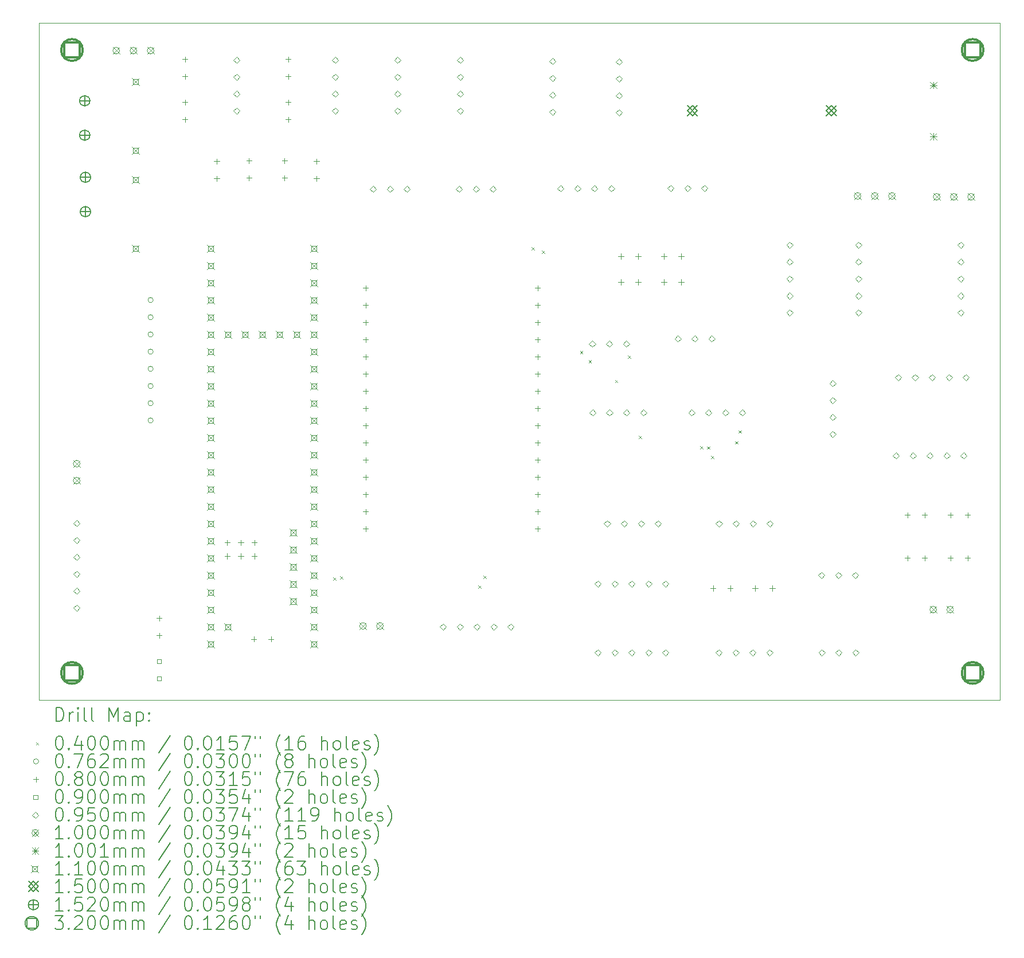
<source format=gbr>
%FSLAX45Y45*%
G04 Gerber Fmt 4.5, Leading zero omitted, Abs format (unit mm)*
G04 Created by KiCad (PCBNEW (5.99.0-10988-gd8b1e827c7)) date 2021-11-29 12:53:43*
%MOMM*%
%LPD*%
G01*
G04 APERTURE LIST*
%TA.AperFunction,Profile*%
%ADD10C,0.050000*%
%TD*%
%ADD11C,0.200000*%
%ADD12C,0.040000*%
%ADD13C,0.076200*%
%ADD14C,0.080000*%
%ADD15C,0.090000*%
%ADD16C,0.095000*%
%ADD17C,0.100000*%
%ADD18C,0.100076*%
%ADD19C,0.110000*%
%ADD20C,0.150000*%
%ADD21C,0.152000*%
%ADD22C,0.320000*%
G04 APERTURE END LIST*
D10*
X3810000Y-3400000D02*
X18000000Y-3400000D01*
X3810000Y-13400000D02*
X18000000Y-13400000D01*
X3810000Y-3400000D02*
X3810000Y-13400000D01*
X18000000Y-13400000D02*
X18000000Y-3400000D01*
D11*
D12*
X8159620Y-11586960D02*
X8199620Y-11626960D01*
X8199620Y-11586960D02*
X8159620Y-11626960D01*
X8259650Y-11573900D02*
X8299650Y-11613900D01*
X8299650Y-11573900D02*
X8259650Y-11613900D01*
X10302190Y-11706260D02*
X10342190Y-11746260D01*
X10342190Y-11706260D02*
X10302190Y-11746260D01*
X10377870Y-11561160D02*
X10417870Y-11601160D01*
X10417870Y-11561160D02*
X10377870Y-11601160D01*
X11088380Y-6711000D02*
X11128380Y-6751000D01*
X11128380Y-6711000D02*
X11088380Y-6751000D01*
X11241670Y-6761140D02*
X11281670Y-6801140D01*
X11281670Y-6761140D02*
X11241670Y-6801140D01*
X11803350Y-8246790D02*
X11843350Y-8286790D01*
X11843350Y-8246790D02*
X11803350Y-8286790D01*
X11930630Y-8379410D02*
X11970630Y-8419410D01*
X11970630Y-8379410D02*
X11930630Y-8419410D01*
X12318280Y-8671590D02*
X12358280Y-8711590D01*
X12358280Y-8671590D02*
X12318280Y-8711590D01*
X12511420Y-8314140D02*
X12551420Y-8354140D01*
X12551420Y-8314140D02*
X12511420Y-8354140D01*
X12670080Y-9495470D02*
X12710080Y-9535470D01*
X12710080Y-9495470D02*
X12670080Y-9535470D01*
X13573380Y-9651180D02*
X13613380Y-9691180D01*
X13613380Y-9651180D02*
X13573380Y-9691180D01*
X13676660Y-9655040D02*
X13716660Y-9695040D01*
X13716660Y-9655040D02*
X13676660Y-9695040D01*
X13734470Y-9794000D02*
X13774470Y-9834000D01*
X13774470Y-9794000D02*
X13734470Y-9834000D01*
X14092190Y-9578640D02*
X14132190Y-9618640D01*
X14132190Y-9578640D02*
X14092190Y-9618640D01*
X14145610Y-9418450D02*
X14185610Y-9458450D01*
X14185610Y-9418450D02*
X14145610Y-9458450D01*
D13*
X5499100Y-7493000D02*
G75*
G03*
X5499100Y-7493000I-38100J0D01*
G01*
X5499100Y-7747000D02*
G75*
G03*
X5499100Y-7747000I-38100J0D01*
G01*
X5499100Y-8001000D02*
G75*
G03*
X5499100Y-8001000I-38100J0D01*
G01*
X5499100Y-8255000D02*
G75*
G03*
X5499100Y-8255000I-38100J0D01*
G01*
X5499100Y-8509000D02*
G75*
G03*
X5499100Y-8509000I-38100J0D01*
G01*
X5499100Y-8763000D02*
G75*
G03*
X5499100Y-8763000I-38100J0D01*
G01*
X5499100Y-9017000D02*
G75*
G03*
X5499100Y-9017000I-38100J0D01*
G01*
X5499100Y-9271000D02*
G75*
G03*
X5499100Y-9271000I-38100J0D01*
G01*
D14*
X5588000Y-12152000D02*
X5588000Y-12232000D01*
X5548000Y-12192000D02*
X5628000Y-12192000D01*
X5588000Y-12406000D02*
X5588000Y-12486000D01*
X5548000Y-12446000D02*
X5628000Y-12446000D01*
X5969000Y-3897000D02*
X5969000Y-3977000D01*
X5929000Y-3937000D02*
X6009000Y-3937000D01*
X5969000Y-4151000D02*
X5969000Y-4231000D01*
X5929000Y-4191000D02*
X6009000Y-4191000D01*
X5969000Y-4532000D02*
X5969000Y-4612000D01*
X5929000Y-4572000D02*
X6009000Y-4572000D01*
X5969000Y-4786000D02*
X5969000Y-4866000D01*
X5929000Y-4826000D02*
X6009000Y-4826000D01*
X6436100Y-5404800D02*
X6436100Y-5484800D01*
X6396100Y-5444800D02*
X6476100Y-5444800D01*
X6436100Y-5658800D02*
X6436100Y-5738800D01*
X6396100Y-5698800D02*
X6476100Y-5698800D01*
X6593840Y-11036000D02*
X6593840Y-11116000D01*
X6553840Y-11076000D02*
X6633840Y-11076000D01*
X6593840Y-11236000D02*
X6593840Y-11316000D01*
X6553840Y-11276000D02*
X6633840Y-11276000D01*
X6793840Y-11036000D02*
X6793840Y-11116000D01*
X6753840Y-11076000D02*
X6833840Y-11076000D01*
X6793840Y-11236000D02*
X6793840Y-11316000D01*
X6753840Y-11276000D02*
X6833840Y-11276000D01*
X6915100Y-5395800D02*
X6915100Y-5475800D01*
X6875100Y-5435800D02*
X6955100Y-5435800D01*
X6915100Y-5649800D02*
X6915100Y-5729800D01*
X6875100Y-5689800D02*
X6955100Y-5689800D01*
X6985000Y-12460000D02*
X6985000Y-12540000D01*
X6945000Y-12500000D02*
X7025000Y-12500000D01*
X6993840Y-11036000D02*
X6993840Y-11116000D01*
X6953840Y-11076000D02*
X7033840Y-11076000D01*
X6993840Y-11236000D02*
X6993840Y-11316000D01*
X6953840Y-11276000D02*
X7033840Y-11276000D01*
X7239000Y-12460000D02*
X7239000Y-12540000D01*
X7199000Y-12500000D02*
X7279000Y-12500000D01*
X7439100Y-5395800D02*
X7439100Y-5475800D01*
X7399100Y-5435800D02*
X7479100Y-5435800D01*
X7439100Y-5649800D02*
X7439100Y-5729800D01*
X7399100Y-5689800D02*
X7479100Y-5689800D01*
X7493000Y-3897000D02*
X7493000Y-3977000D01*
X7453000Y-3937000D02*
X7533000Y-3937000D01*
X7493000Y-4151000D02*
X7493000Y-4231000D01*
X7453000Y-4191000D02*
X7533000Y-4191000D01*
X7493000Y-4532000D02*
X7493000Y-4612000D01*
X7453000Y-4572000D02*
X7533000Y-4572000D01*
X7493000Y-4786000D02*
X7493000Y-4866000D01*
X7453000Y-4826000D02*
X7533000Y-4826000D01*
X7910100Y-5404800D02*
X7910100Y-5484800D01*
X7870100Y-5444800D02*
X7950100Y-5444800D01*
X7910100Y-5658800D02*
X7910100Y-5738800D01*
X7870100Y-5698800D02*
X7950100Y-5698800D01*
X8636000Y-7275200D02*
X8636000Y-7355200D01*
X8596000Y-7315200D02*
X8676000Y-7315200D01*
X8636000Y-7529200D02*
X8636000Y-7609200D01*
X8596000Y-7569200D02*
X8676000Y-7569200D01*
X8636000Y-7783200D02*
X8636000Y-7863200D01*
X8596000Y-7823200D02*
X8676000Y-7823200D01*
X8636000Y-8037200D02*
X8636000Y-8117200D01*
X8596000Y-8077200D02*
X8676000Y-8077200D01*
X8636000Y-8291200D02*
X8636000Y-8371200D01*
X8596000Y-8331200D02*
X8676000Y-8331200D01*
X8636000Y-8545200D02*
X8636000Y-8625200D01*
X8596000Y-8585200D02*
X8676000Y-8585200D01*
X8636000Y-8799200D02*
X8636000Y-8879200D01*
X8596000Y-8839200D02*
X8676000Y-8839200D01*
X8636000Y-9053200D02*
X8636000Y-9133200D01*
X8596000Y-9093200D02*
X8676000Y-9093200D01*
X8636000Y-9307200D02*
X8636000Y-9387200D01*
X8596000Y-9347200D02*
X8676000Y-9347200D01*
X8636000Y-9561200D02*
X8636000Y-9641200D01*
X8596000Y-9601200D02*
X8676000Y-9601200D01*
X8636000Y-9815200D02*
X8636000Y-9895200D01*
X8596000Y-9855200D02*
X8676000Y-9855200D01*
X8636000Y-10069200D02*
X8636000Y-10149200D01*
X8596000Y-10109200D02*
X8676000Y-10109200D01*
X8636000Y-10323200D02*
X8636000Y-10403200D01*
X8596000Y-10363200D02*
X8676000Y-10363200D01*
X8636000Y-10577200D02*
X8636000Y-10657200D01*
X8596000Y-10617200D02*
X8676000Y-10617200D01*
X8636000Y-10831200D02*
X8636000Y-10911200D01*
X8596000Y-10871200D02*
X8676000Y-10871200D01*
X11176000Y-7275200D02*
X11176000Y-7355200D01*
X11136000Y-7315200D02*
X11216000Y-7315200D01*
X11176000Y-7529200D02*
X11176000Y-7609200D01*
X11136000Y-7569200D02*
X11216000Y-7569200D01*
X11176000Y-7783200D02*
X11176000Y-7863200D01*
X11136000Y-7823200D02*
X11216000Y-7823200D01*
X11176000Y-8037200D02*
X11176000Y-8117200D01*
X11136000Y-8077200D02*
X11216000Y-8077200D01*
X11176000Y-8291200D02*
X11176000Y-8371200D01*
X11136000Y-8331200D02*
X11216000Y-8331200D01*
X11176000Y-8545200D02*
X11176000Y-8625200D01*
X11136000Y-8585200D02*
X11216000Y-8585200D01*
X11176000Y-8799200D02*
X11176000Y-8879200D01*
X11136000Y-8839200D02*
X11216000Y-8839200D01*
X11176000Y-9053200D02*
X11176000Y-9133200D01*
X11136000Y-9093200D02*
X11216000Y-9093200D01*
X11176000Y-9307200D02*
X11176000Y-9387200D01*
X11136000Y-9347200D02*
X11216000Y-9347200D01*
X11176000Y-9561200D02*
X11176000Y-9641200D01*
X11136000Y-9601200D02*
X11216000Y-9601200D01*
X11176000Y-9815200D02*
X11176000Y-9895200D01*
X11136000Y-9855200D02*
X11216000Y-9855200D01*
X11176000Y-10069200D02*
X11176000Y-10149200D01*
X11136000Y-10109200D02*
X11216000Y-10109200D01*
X11176000Y-10323200D02*
X11176000Y-10403200D01*
X11136000Y-10363200D02*
X11216000Y-10363200D01*
X11176000Y-10577200D02*
X11176000Y-10657200D01*
X11136000Y-10617200D02*
X11216000Y-10617200D01*
X11176000Y-10831200D02*
X11176000Y-10911200D01*
X11136000Y-10871200D02*
X11216000Y-10871200D01*
X12407900Y-6805300D02*
X12407900Y-6885300D01*
X12367900Y-6845300D02*
X12447900Y-6845300D01*
X12407900Y-7186300D02*
X12407900Y-7266300D01*
X12367900Y-7226300D02*
X12447900Y-7226300D01*
X12661900Y-6805300D02*
X12661900Y-6885300D01*
X12621900Y-6845300D02*
X12701900Y-6845300D01*
X12661900Y-7186300D02*
X12661900Y-7266300D01*
X12621900Y-7226300D02*
X12701900Y-7226300D01*
X13042900Y-6805300D02*
X13042900Y-6885300D01*
X13002900Y-6845300D02*
X13082900Y-6845300D01*
X13042900Y-7186300D02*
X13042900Y-7266300D01*
X13002900Y-7226300D02*
X13082900Y-7226300D01*
X13296900Y-6805300D02*
X13296900Y-6885300D01*
X13256900Y-6845300D02*
X13336900Y-6845300D01*
X13296900Y-7186300D02*
X13296900Y-7266300D01*
X13256900Y-7226300D02*
X13336900Y-7226300D01*
X13766800Y-11707500D02*
X13766800Y-11787500D01*
X13726800Y-11747500D02*
X13806800Y-11747500D01*
X14020800Y-11707500D02*
X14020800Y-11787500D01*
X13980800Y-11747500D02*
X14060800Y-11747500D01*
X14389100Y-11707500D02*
X14389100Y-11787500D01*
X14349100Y-11747500D02*
X14429100Y-11747500D01*
X14643100Y-11707500D02*
X14643100Y-11787500D01*
X14603100Y-11747500D02*
X14683100Y-11747500D01*
X16637000Y-10628000D02*
X16637000Y-10708000D01*
X16597000Y-10668000D02*
X16677000Y-10668000D01*
X16637000Y-11263000D02*
X16637000Y-11343000D01*
X16597000Y-11303000D02*
X16677000Y-11303000D01*
X16891000Y-10628000D02*
X16891000Y-10708000D01*
X16851000Y-10668000D02*
X16931000Y-10668000D01*
X16891000Y-11263000D02*
X16891000Y-11343000D01*
X16851000Y-11303000D02*
X16931000Y-11303000D01*
X17272000Y-10628000D02*
X17272000Y-10708000D01*
X17232000Y-10668000D02*
X17312000Y-10668000D01*
X17272000Y-11263000D02*
X17272000Y-11343000D01*
X17232000Y-11303000D02*
X17312000Y-11303000D01*
X17526000Y-10628000D02*
X17526000Y-10708000D01*
X17486000Y-10668000D02*
X17566000Y-10668000D01*
X17526000Y-11263000D02*
X17526000Y-11343000D01*
X17486000Y-11303000D02*
X17566000Y-11303000D01*
D15*
X5619820Y-12858820D02*
X5619820Y-12795180D01*
X5556180Y-12795180D01*
X5556180Y-12858820D01*
X5619820Y-12858820D01*
X5619820Y-13112820D02*
X5619820Y-13049180D01*
X5556180Y-13049180D01*
X5556180Y-13112820D01*
X5619820Y-13112820D01*
D16*
X4368800Y-10837100D02*
X4416300Y-10789600D01*
X4368800Y-10742100D01*
X4321300Y-10789600D01*
X4368800Y-10837100D01*
X4368800Y-11087100D02*
X4416300Y-11039600D01*
X4368800Y-10992100D01*
X4321300Y-11039600D01*
X4368800Y-11087100D01*
X4368800Y-11337100D02*
X4416300Y-11289600D01*
X4368800Y-11242100D01*
X4321300Y-11289600D01*
X4368800Y-11337100D01*
X4368800Y-11587100D02*
X4416300Y-11539600D01*
X4368800Y-11492100D01*
X4321300Y-11539600D01*
X4368800Y-11587100D01*
X4368800Y-11837100D02*
X4416300Y-11789600D01*
X4368800Y-11742100D01*
X4321300Y-11789600D01*
X4368800Y-11837100D01*
X4368800Y-12087100D02*
X4416300Y-12039600D01*
X4368800Y-11992100D01*
X4321300Y-12039600D01*
X4368800Y-12087100D01*
X6731000Y-3996500D02*
X6778500Y-3949000D01*
X6731000Y-3901500D01*
X6683500Y-3949000D01*
X6731000Y-3996500D01*
X6731000Y-4246500D02*
X6778500Y-4199000D01*
X6731000Y-4151500D01*
X6683500Y-4199000D01*
X6731000Y-4246500D01*
X6731000Y-4496500D02*
X6778500Y-4449000D01*
X6731000Y-4401500D01*
X6683500Y-4449000D01*
X6731000Y-4496500D01*
X6731000Y-4746500D02*
X6778500Y-4699000D01*
X6731000Y-4651500D01*
X6683500Y-4699000D01*
X6731000Y-4746500D01*
X8189000Y-3996500D02*
X8236500Y-3949000D01*
X8189000Y-3901500D01*
X8141500Y-3949000D01*
X8189000Y-3996500D01*
X8189000Y-4246500D02*
X8236500Y-4199000D01*
X8189000Y-4151500D01*
X8141500Y-4199000D01*
X8189000Y-4246500D01*
X8189000Y-4496500D02*
X8236500Y-4449000D01*
X8189000Y-4401500D01*
X8141500Y-4449000D01*
X8189000Y-4496500D01*
X8189000Y-4746500D02*
X8236500Y-4699000D01*
X8189000Y-4651500D01*
X8141500Y-4699000D01*
X8189000Y-4746500D01*
X8745600Y-5902200D02*
X8793100Y-5854700D01*
X8745600Y-5807200D01*
X8698100Y-5854700D01*
X8745600Y-5902200D01*
X8995600Y-5902200D02*
X9043100Y-5854700D01*
X8995600Y-5807200D01*
X8948100Y-5854700D01*
X8995600Y-5902200D01*
X9107000Y-3996500D02*
X9154500Y-3949000D01*
X9107000Y-3901500D01*
X9059500Y-3949000D01*
X9107000Y-3996500D01*
X9107000Y-4246500D02*
X9154500Y-4199000D01*
X9107000Y-4151500D01*
X9059500Y-4199000D01*
X9107000Y-4246500D01*
X9107000Y-4496500D02*
X9154500Y-4449000D01*
X9107000Y-4401500D01*
X9059500Y-4449000D01*
X9107000Y-4496500D01*
X9107000Y-4746500D02*
X9154500Y-4699000D01*
X9107000Y-4651500D01*
X9059500Y-4699000D01*
X9107000Y-4746500D01*
X9245600Y-5902200D02*
X9293100Y-5854700D01*
X9245600Y-5807200D01*
X9198100Y-5854700D01*
X9245600Y-5902200D01*
X9779000Y-12366500D02*
X9826500Y-12319000D01*
X9779000Y-12271500D01*
X9731500Y-12319000D01*
X9779000Y-12366500D01*
X10015600Y-5902200D02*
X10063100Y-5854700D01*
X10015600Y-5807200D01*
X9968100Y-5854700D01*
X10015600Y-5902200D01*
X10029000Y-12366500D02*
X10076500Y-12319000D01*
X10029000Y-12271500D01*
X9981500Y-12319000D01*
X10029000Y-12366500D01*
X10033000Y-3996500D02*
X10080500Y-3949000D01*
X10033000Y-3901500D01*
X9985500Y-3949000D01*
X10033000Y-3996500D01*
X10033000Y-4246500D02*
X10080500Y-4199000D01*
X10033000Y-4151500D01*
X9985500Y-4199000D01*
X10033000Y-4246500D01*
X10033000Y-4496500D02*
X10080500Y-4449000D01*
X10033000Y-4401500D01*
X9985500Y-4449000D01*
X10033000Y-4496500D01*
X10033000Y-4746500D02*
X10080500Y-4699000D01*
X10033000Y-4651500D01*
X9985500Y-4699000D01*
X10033000Y-4746500D01*
X10265600Y-5902200D02*
X10313100Y-5854700D01*
X10265600Y-5807200D01*
X10218100Y-5854700D01*
X10265600Y-5902200D01*
X10279000Y-12366500D02*
X10326500Y-12319000D01*
X10279000Y-12271500D01*
X10231500Y-12319000D01*
X10279000Y-12366500D01*
X10515600Y-5902200D02*
X10563100Y-5854700D01*
X10515600Y-5807200D01*
X10468100Y-5854700D01*
X10515600Y-5902200D01*
X10529000Y-12366500D02*
X10576500Y-12319000D01*
X10529000Y-12271500D01*
X10481500Y-12319000D01*
X10529000Y-12366500D01*
X10779000Y-12366500D02*
X10826500Y-12319000D01*
X10779000Y-12271500D01*
X10731500Y-12319000D01*
X10779000Y-12366500D01*
X11397600Y-4013400D02*
X11445100Y-3965900D01*
X11397600Y-3918400D01*
X11350100Y-3965900D01*
X11397600Y-4013400D01*
X11397600Y-4263400D02*
X11445100Y-4215900D01*
X11397600Y-4168400D01*
X11350100Y-4215900D01*
X11397600Y-4263400D01*
X11397600Y-4513400D02*
X11445100Y-4465900D01*
X11397600Y-4418400D01*
X11350100Y-4465900D01*
X11397600Y-4513400D01*
X11397600Y-4763400D02*
X11445100Y-4715900D01*
X11397600Y-4668400D01*
X11350100Y-4715900D01*
X11397600Y-4763400D01*
X11514600Y-5892500D02*
X11562100Y-5845000D01*
X11514600Y-5797500D01*
X11467100Y-5845000D01*
X11514600Y-5892500D01*
X11764600Y-5892500D02*
X11812100Y-5845000D01*
X11764600Y-5797500D01*
X11717100Y-5845000D01*
X11764600Y-5892500D01*
X11984100Y-8188200D02*
X12031600Y-8140700D01*
X11984100Y-8093200D01*
X11936600Y-8140700D01*
X11984100Y-8188200D01*
X11988100Y-9204200D02*
X12035600Y-9156700D01*
X11988100Y-9109200D01*
X11940600Y-9156700D01*
X11988100Y-9204200D01*
X12014600Y-5892500D02*
X12062100Y-5845000D01*
X12014600Y-5797500D01*
X11967100Y-5845000D01*
X12014600Y-5892500D01*
X12065000Y-11731500D02*
X12112500Y-11684000D01*
X12065000Y-11636500D01*
X12017500Y-11684000D01*
X12065000Y-11731500D01*
X12065000Y-12747500D02*
X12112500Y-12700000D01*
X12065000Y-12652500D01*
X12017500Y-12700000D01*
X12065000Y-12747500D01*
X12204000Y-10842500D02*
X12251500Y-10795000D01*
X12204000Y-10747500D01*
X12156500Y-10795000D01*
X12204000Y-10842500D01*
X12234100Y-8188200D02*
X12281600Y-8140700D01*
X12234100Y-8093200D01*
X12186600Y-8140700D01*
X12234100Y-8188200D01*
X12238100Y-9204200D02*
X12285600Y-9156700D01*
X12238100Y-9109200D01*
X12190600Y-9156700D01*
X12238100Y-9204200D01*
X12264600Y-5892500D02*
X12312100Y-5845000D01*
X12264600Y-5797500D01*
X12217100Y-5845000D01*
X12264600Y-5892500D01*
X12315000Y-11731500D02*
X12362500Y-11684000D01*
X12315000Y-11636500D01*
X12267500Y-11684000D01*
X12315000Y-11731500D01*
X12315000Y-12747500D02*
X12362500Y-12700000D01*
X12315000Y-12652500D01*
X12267500Y-12700000D01*
X12315000Y-12747500D01*
X12378600Y-4022400D02*
X12426100Y-3974900D01*
X12378600Y-3927400D01*
X12331100Y-3974900D01*
X12378600Y-4022400D01*
X12378600Y-4272400D02*
X12426100Y-4224900D01*
X12378600Y-4177400D01*
X12331100Y-4224900D01*
X12378600Y-4272400D01*
X12378600Y-4522400D02*
X12426100Y-4474900D01*
X12378600Y-4427400D01*
X12331100Y-4474900D01*
X12378600Y-4522400D01*
X12378600Y-4772400D02*
X12426100Y-4724900D01*
X12378600Y-4677400D01*
X12331100Y-4724900D01*
X12378600Y-4772400D01*
X12454000Y-10842500D02*
X12501500Y-10795000D01*
X12454000Y-10747500D01*
X12406500Y-10795000D01*
X12454000Y-10842500D01*
X12484100Y-8188200D02*
X12531600Y-8140700D01*
X12484100Y-8093200D01*
X12436600Y-8140700D01*
X12484100Y-8188200D01*
X12488100Y-9204200D02*
X12535600Y-9156700D01*
X12488100Y-9109200D01*
X12440600Y-9156700D01*
X12488100Y-9204200D01*
X12565000Y-11731500D02*
X12612500Y-11684000D01*
X12565000Y-11636500D01*
X12517500Y-11684000D01*
X12565000Y-11731500D01*
X12565000Y-12747500D02*
X12612500Y-12700000D01*
X12565000Y-12652500D01*
X12517500Y-12700000D01*
X12565000Y-12747500D01*
X12704000Y-10842500D02*
X12751500Y-10795000D01*
X12704000Y-10747500D01*
X12656500Y-10795000D01*
X12704000Y-10842500D01*
X12738100Y-9204200D02*
X12785600Y-9156700D01*
X12738100Y-9109200D01*
X12690600Y-9156700D01*
X12738100Y-9204200D01*
X12815000Y-11731500D02*
X12862500Y-11684000D01*
X12815000Y-11636500D01*
X12767500Y-11684000D01*
X12815000Y-11731500D01*
X12815000Y-12747500D02*
X12862500Y-12700000D01*
X12815000Y-12652500D01*
X12767500Y-12700000D01*
X12815000Y-12747500D01*
X12954000Y-10842500D02*
X13001500Y-10795000D01*
X12954000Y-10747500D01*
X12906500Y-10795000D01*
X12954000Y-10842500D01*
X13065000Y-11731500D02*
X13112500Y-11684000D01*
X13065000Y-11636500D01*
X13017500Y-11684000D01*
X13065000Y-11731500D01*
X13065000Y-12747500D02*
X13112500Y-12700000D01*
X13065000Y-12652500D01*
X13017500Y-12700000D01*
X13065000Y-12747500D01*
X13139800Y-5889500D02*
X13187300Y-5842000D01*
X13139800Y-5794500D01*
X13092300Y-5842000D01*
X13139800Y-5889500D01*
X13246100Y-8112000D02*
X13293600Y-8064500D01*
X13246100Y-8017000D01*
X13198600Y-8064500D01*
X13246100Y-8112000D01*
X13389800Y-5889500D02*
X13437300Y-5842000D01*
X13389800Y-5794500D01*
X13342300Y-5842000D01*
X13389800Y-5889500D01*
X13449300Y-9204200D02*
X13496800Y-9156700D01*
X13449300Y-9109200D01*
X13401800Y-9156700D01*
X13449300Y-9204200D01*
X13496100Y-8112000D02*
X13543600Y-8064500D01*
X13496100Y-8017000D01*
X13448600Y-8064500D01*
X13496100Y-8112000D01*
X13639800Y-5889500D02*
X13687300Y-5842000D01*
X13639800Y-5794500D01*
X13592300Y-5842000D01*
X13639800Y-5889500D01*
X13699300Y-9204200D02*
X13746800Y-9156700D01*
X13699300Y-9109200D01*
X13651800Y-9156700D01*
X13699300Y-9204200D01*
X13746100Y-8112000D02*
X13793600Y-8064500D01*
X13746100Y-8017000D01*
X13698600Y-8064500D01*
X13746100Y-8112000D01*
X13851000Y-12747500D02*
X13898500Y-12700000D01*
X13851000Y-12652500D01*
X13803500Y-12700000D01*
X13851000Y-12747500D01*
X13855000Y-10842500D02*
X13902500Y-10795000D01*
X13855000Y-10747500D01*
X13807500Y-10795000D01*
X13855000Y-10842500D01*
X13949300Y-9204200D02*
X13996800Y-9156700D01*
X13949300Y-9109200D01*
X13901800Y-9156700D01*
X13949300Y-9204200D01*
X14101000Y-12747500D02*
X14148500Y-12700000D01*
X14101000Y-12652500D01*
X14053500Y-12700000D01*
X14101000Y-12747500D01*
X14105000Y-10842500D02*
X14152500Y-10795000D01*
X14105000Y-10747500D01*
X14057500Y-10795000D01*
X14105000Y-10842500D01*
X14199300Y-9204200D02*
X14246800Y-9156700D01*
X14199300Y-9109200D01*
X14151800Y-9156700D01*
X14199300Y-9204200D01*
X14351000Y-12747500D02*
X14398500Y-12700000D01*
X14351000Y-12652500D01*
X14303500Y-12700000D01*
X14351000Y-12747500D01*
X14355000Y-10842500D02*
X14402500Y-10795000D01*
X14355000Y-10747500D01*
X14307500Y-10795000D01*
X14355000Y-10842500D01*
X14601000Y-12747500D02*
X14648500Y-12700000D01*
X14601000Y-12652500D01*
X14553500Y-12700000D01*
X14601000Y-12747500D01*
X14605000Y-10842500D02*
X14652500Y-10795000D01*
X14605000Y-10747500D01*
X14557500Y-10795000D01*
X14605000Y-10842500D01*
X14897100Y-6727700D02*
X14944600Y-6680200D01*
X14897100Y-6632700D01*
X14849600Y-6680200D01*
X14897100Y-6727700D01*
X14897100Y-6977700D02*
X14944600Y-6930200D01*
X14897100Y-6882700D01*
X14849600Y-6930200D01*
X14897100Y-6977700D01*
X14897100Y-7227700D02*
X14944600Y-7180200D01*
X14897100Y-7132700D01*
X14849600Y-7180200D01*
X14897100Y-7227700D01*
X14897100Y-7477700D02*
X14944600Y-7430200D01*
X14897100Y-7382700D01*
X14849600Y-7430200D01*
X14897100Y-7477700D01*
X14897100Y-7727700D02*
X14944600Y-7680200D01*
X14897100Y-7632700D01*
X14849600Y-7680200D01*
X14897100Y-7727700D01*
X15367000Y-11604500D02*
X15414500Y-11557000D01*
X15367000Y-11509500D01*
X15319500Y-11557000D01*
X15367000Y-11604500D01*
X15371000Y-12747500D02*
X15418500Y-12700000D01*
X15371000Y-12652500D01*
X15323500Y-12700000D01*
X15371000Y-12747500D01*
X15532100Y-8772400D02*
X15579600Y-8724900D01*
X15532100Y-8677400D01*
X15484600Y-8724900D01*
X15532100Y-8772400D01*
X15532100Y-9022400D02*
X15579600Y-8974900D01*
X15532100Y-8927400D01*
X15484600Y-8974900D01*
X15532100Y-9022400D01*
X15532100Y-9272400D02*
X15579600Y-9224900D01*
X15532100Y-9177400D01*
X15484600Y-9224900D01*
X15532100Y-9272400D01*
X15532100Y-9522400D02*
X15579600Y-9474900D01*
X15532100Y-9427400D01*
X15484600Y-9474900D01*
X15532100Y-9522400D01*
X15617000Y-11604500D02*
X15664500Y-11557000D01*
X15617000Y-11509500D01*
X15569500Y-11557000D01*
X15617000Y-11604500D01*
X15621000Y-12747500D02*
X15668500Y-12700000D01*
X15621000Y-12652500D01*
X15573500Y-12700000D01*
X15621000Y-12747500D01*
X15867000Y-11604500D02*
X15914500Y-11557000D01*
X15867000Y-11509500D01*
X15819500Y-11557000D01*
X15867000Y-11604500D01*
X15871000Y-12747500D02*
X15918500Y-12700000D01*
X15871000Y-12652500D01*
X15823500Y-12700000D01*
X15871000Y-12747500D01*
X15913100Y-6727700D02*
X15960600Y-6680200D01*
X15913100Y-6632700D01*
X15865600Y-6680200D01*
X15913100Y-6727700D01*
X15913100Y-6977700D02*
X15960600Y-6930200D01*
X15913100Y-6882700D01*
X15865600Y-6930200D01*
X15913100Y-6977700D01*
X15913100Y-7227700D02*
X15960600Y-7180200D01*
X15913100Y-7132700D01*
X15865600Y-7180200D01*
X15913100Y-7227700D01*
X15913100Y-7477700D02*
X15960600Y-7430200D01*
X15913100Y-7382700D01*
X15865600Y-7430200D01*
X15913100Y-7477700D01*
X15913100Y-7727700D02*
X15960600Y-7680200D01*
X15913100Y-7632700D01*
X15865600Y-7680200D01*
X15913100Y-7727700D01*
X16467700Y-9838260D02*
X16515200Y-9790760D01*
X16467700Y-9743260D01*
X16420200Y-9790760D01*
X16467700Y-9838260D01*
X16500600Y-8683500D02*
X16548100Y-8636000D01*
X16500600Y-8588500D01*
X16453100Y-8636000D01*
X16500600Y-8683500D01*
X16717700Y-9838260D02*
X16765200Y-9790760D01*
X16717700Y-9743260D01*
X16670200Y-9790760D01*
X16717700Y-9838260D01*
X16750600Y-8683500D02*
X16798100Y-8636000D01*
X16750600Y-8588500D01*
X16703100Y-8636000D01*
X16750600Y-8683500D01*
X16967700Y-9838260D02*
X17015200Y-9790760D01*
X16967700Y-9743260D01*
X16920200Y-9790760D01*
X16967700Y-9838260D01*
X17000600Y-8683500D02*
X17048100Y-8636000D01*
X17000600Y-8588500D01*
X16953100Y-8636000D01*
X17000600Y-8683500D01*
X17217700Y-9838260D02*
X17265200Y-9790760D01*
X17217700Y-9743260D01*
X17170200Y-9790760D01*
X17217700Y-9838260D01*
X17250600Y-8683500D02*
X17298100Y-8636000D01*
X17250600Y-8588500D01*
X17203100Y-8636000D01*
X17250600Y-8683500D01*
X17424400Y-6727700D02*
X17471900Y-6680200D01*
X17424400Y-6632700D01*
X17376900Y-6680200D01*
X17424400Y-6727700D01*
X17424400Y-6977700D02*
X17471900Y-6930200D01*
X17424400Y-6882700D01*
X17376900Y-6930200D01*
X17424400Y-6977700D01*
X17424400Y-7227700D02*
X17471900Y-7180200D01*
X17424400Y-7132700D01*
X17376900Y-7180200D01*
X17424400Y-7227700D01*
X17424400Y-7477700D02*
X17471900Y-7430200D01*
X17424400Y-7382700D01*
X17376900Y-7430200D01*
X17424400Y-7477700D01*
X17424400Y-7727700D02*
X17471900Y-7680200D01*
X17424400Y-7632700D01*
X17376900Y-7680200D01*
X17424400Y-7727700D01*
X17467700Y-9838260D02*
X17515200Y-9790760D01*
X17467700Y-9743260D01*
X17420200Y-9790760D01*
X17467700Y-9838260D01*
X17500600Y-8683500D02*
X17548100Y-8636000D01*
X17500600Y-8588500D01*
X17453100Y-8636000D01*
X17500600Y-8683500D01*
D17*
X4318800Y-9860000D02*
X4418800Y-9960000D01*
X4418800Y-9860000D02*
X4318800Y-9960000D01*
X4418800Y-9910000D02*
G75*
G03*
X4418800Y-9910000I-50000J0D01*
G01*
X4318800Y-10110000D02*
X4418800Y-10210000D01*
X4418800Y-10110000D02*
X4318800Y-10210000D01*
X4418800Y-10160000D02*
G75*
G03*
X4418800Y-10160000I-50000J0D01*
G01*
X4903000Y-3760000D02*
X5003000Y-3860000D01*
X5003000Y-3760000D02*
X4903000Y-3860000D01*
X5003000Y-3810000D02*
G75*
G03*
X5003000Y-3810000I-50000J0D01*
G01*
X5157000Y-3760000D02*
X5257000Y-3860000D01*
X5257000Y-3760000D02*
X5157000Y-3860000D01*
X5257000Y-3810000D02*
G75*
G03*
X5257000Y-3810000I-50000J0D01*
G01*
X5411000Y-3760000D02*
X5511000Y-3860000D01*
X5511000Y-3760000D02*
X5411000Y-3860000D01*
X5511000Y-3810000D02*
G75*
G03*
X5511000Y-3810000I-50000J0D01*
G01*
X8547900Y-12256300D02*
X8647900Y-12356300D01*
X8647900Y-12256300D02*
X8547900Y-12356300D01*
X8647900Y-12306300D02*
G75*
G03*
X8647900Y-12306300I-50000J0D01*
G01*
X8797900Y-12256300D02*
X8897900Y-12356300D01*
X8897900Y-12256300D02*
X8797900Y-12356300D01*
X8897900Y-12306300D02*
G75*
G03*
X8897900Y-12306300I-50000J0D01*
G01*
X15850400Y-5906300D02*
X15950400Y-6006300D01*
X15950400Y-5906300D02*
X15850400Y-6006300D01*
X15950400Y-5956300D02*
G75*
G03*
X15950400Y-5956300I-50000J0D01*
G01*
X16104400Y-5906300D02*
X16204400Y-6006300D01*
X16204400Y-5906300D02*
X16104400Y-6006300D01*
X16204400Y-5956300D02*
G75*
G03*
X16204400Y-5956300I-50000J0D01*
G01*
X16358400Y-5906300D02*
X16458400Y-6006300D01*
X16458400Y-5906300D02*
X16358400Y-6006300D01*
X16458400Y-5956300D02*
G75*
G03*
X16458400Y-5956300I-50000J0D01*
G01*
X16968000Y-12015000D02*
X17068000Y-12115000D01*
X17068000Y-12015000D02*
X16968000Y-12115000D01*
X17068000Y-12065000D02*
G75*
G03*
X17068000Y-12065000I-50000J0D01*
G01*
X17018800Y-5919000D02*
X17118800Y-6019000D01*
X17118800Y-5919000D02*
X17018800Y-6019000D01*
X17118800Y-5969000D02*
G75*
G03*
X17118800Y-5969000I-50000J0D01*
G01*
X17218000Y-12015000D02*
X17318000Y-12115000D01*
X17318000Y-12015000D02*
X17218000Y-12115000D01*
X17318000Y-12065000D02*
G75*
G03*
X17318000Y-12065000I-50000J0D01*
G01*
X17272800Y-5919000D02*
X17372800Y-6019000D01*
X17372800Y-5919000D02*
X17272800Y-6019000D01*
X17372800Y-5969000D02*
G75*
G03*
X17372800Y-5969000I-50000J0D01*
G01*
X17526800Y-5919000D02*
X17626800Y-6019000D01*
X17626800Y-5919000D02*
X17526800Y-6019000D01*
X17626800Y-5969000D02*
G75*
G03*
X17626800Y-5969000I-50000J0D01*
G01*
D18*
X16967962Y-4269998D02*
X17068038Y-4370074D01*
X17068038Y-4269998D02*
X16967962Y-4370074D01*
X17018000Y-4269998D02*
X17018000Y-4370074D01*
X16967962Y-4320036D02*
X17068038Y-4320036D01*
X16967962Y-5029966D02*
X17068038Y-5130042D01*
X17068038Y-5029966D02*
X16967962Y-5130042D01*
X17018000Y-5029966D02*
X17018000Y-5130042D01*
X16967962Y-5080004D02*
X17068038Y-5080004D01*
D19*
X5182000Y-4212200D02*
X5292000Y-4322200D01*
X5292000Y-4212200D02*
X5182000Y-4322200D01*
X5275891Y-4306091D02*
X5275891Y-4228309D01*
X5198109Y-4228309D01*
X5198109Y-4306091D01*
X5275891Y-4306091D01*
X5182000Y-5228200D02*
X5292000Y-5338200D01*
X5292000Y-5228200D02*
X5182000Y-5338200D01*
X5275891Y-5322091D02*
X5275891Y-5244309D01*
X5198109Y-5244309D01*
X5198109Y-5322091D01*
X5275891Y-5322091D01*
X5182000Y-5660000D02*
X5292000Y-5770000D01*
X5292000Y-5660000D02*
X5182000Y-5770000D01*
X5275891Y-5753891D02*
X5275891Y-5676109D01*
X5198109Y-5676109D01*
X5198109Y-5753891D01*
X5275891Y-5753891D01*
X5182000Y-6676000D02*
X5292000Y-6786000D01*
X5292000Y-6676000D02*
X5182000Y-6786000D01*
X5275891Y-6769891D02*
X5275891Y-6692109D01*
X5198109Y-6692109D01*
X5198109Y-6769891D01*
X5275891Y-6769891D01*
X6295000Y-6676000D02*
X6405000Y-6786000D01*
X6405000Y-6676000D02*
X6295000Y-6786000D01*
X6388891Y-6769891D02*
X6388891Y-6692109D01*
X6311109Y-6692109D01*
X6311109Y-6769891D01*
X6388891Y-6769891D01*
X6295000Y-6930000D02*
X6405000Y-7040000D01*
X6405000Y-6930000D02*
X6295000Y-7040000D01*
X6388891Y-7023891D02*
X6388891Y-6946109D01*
X6311109Y-6946109D01*
X6311109Y-7023891D01*
X6388891Y-7023891D01*
X6295000Y-7184000D02*
X6405000Y-7294000D01*
X6405000Y-7184000D02*
X6295000Y-7294000D01*
X6388891Y-7277891D02*
X6388891Y-7200109D01*
X6311109Y-7200109D01*
X6311109Y-7277891D01*
X6388891Y-7277891D01*
X6295000Y-7438000D02*
X6405000Y-7548000D01*
X6405000Y-7438000D02*
X6295000Y-7548000D01*
X6388891Y-7531891D02*
X6388891Y-7454109D01*
X6311109Y-7454109D01*
X6311109Y-7531891D01*
X6388891Y-7531891D01*
X6295000Y-7692000D02*
X6405000Y-7802000D01*
X6405000Y-7692000D02*
X6295000Y-7802000D01*
X6388891Y-7785891D02*
X6388891Y-7708109D01*
X6311109Y-7708109D01*
X6311109Y-7785891D01*
X6388891Y-7785891D01*
X6295000Y-7946000D02*
X6405000Y-8056000D01*
X6405000Y-7946000D02*
X6295000Y-8056000D01*
X6388891Y-8039891D02*
X6388891Y-7962109D01*
X6311109Y-7962109D01*
X6311109Y-8039891D01*
X6388891Y-8039891D01*
X6295000Y-8200000D02*
X6405000Y-8310000D01*
X6405000Y-8200000D02*
X6295000Y-8310000D01*
X6388891Y-8293891D02*
X6388891Y-8216109D01*
X6311109Y-8216109D01*
X6311109Y-8293891D01*
X6388891Y-8293891D01*
X6295000Y-8454000D02*
X6405000Y-8564000D01*
X6405000Y-8454000D02*
X6295000Y-8564000D01*
X6388891Y-8547891D02*
X6388891Y-8470109D01*
X6311109Y-8470109D01*
X6311109Y-8547891D01*
X6388891Y-8547891D01*
X6295000Y-8708000D02*
X6405000Y-8818000D01*
X6405000Y-8708000D02*
X6295000Y-8818000D01*
X6388891Y-8801891D02*
X6388891Y-8724109D01*
X6311109Y-8724109D01*
X6311109Y-8801891D01*
X6388891Y-8801891D01*
X6295000Y-8962000D02*
X6405000Y-9072000D01*
X6405000Y-8962000D02*
X6295000Y-9072000D01*
X6388891Y-9055891D02*
X6388891Y-8978109D01*
X6311109Y-8978109D01*
X6311109Y-9055891D01*
X6388891Y-9055891D01*
X6295000Y-9216000D02*
X6405000Y-9326000D01*
X6405000Y-9216000D02*
X6295000Y-9326000D01*
X6388891Y-9309891D02*
X6388891Y-9232109D01*
X6311109Y-9232109D01*
X6311109Y-9309891D01*
X6388891Y-9309891D01*
X6295000Y-9470000D02*
X6405000Y-9580000D01*
X6405000Y-9470000D02*
X6295000Y-9580000D01*
X6388891Y-9563891D02*
X6388891Y-9486109D01*
X6311109Y-9486109D01*
X6311109Y-9563891D01*
X6388891Y-9563891D01*
X6295000Y-9724000D02*
X6405000Y-9834000D01*
X6405000Y-9724000D02*
X6295000Y-9834000D01*
X6388891Y-9817891D02*
X6388891Y-9740109D01*
X6311109Y-9740109D01*
X6311109Y-9817891D01*
X6388891Y-9817891D01*
X6295000Y-9978000D02*
X6405000Y-10088000D01*
X6405000Y-9978000D02*
X6295000Y-10088000D01*
X6388891Y-10071891D02*
X6388891Y-9994109D01*
X6311109Y-9994109D01*
X6311109Y-10071891D01*
X6388891Y-10071891D01*
X6295000Y-10232000D02*
X6405000Y-10342000D01*
X6405000Y-10232000D02*
X6295000Y-10342000D01*
X6388891Y-10325891D02*
X6388891Y-10248109D01*
X6311109Y-10248109D01*
X6311109Y-10325891D01*
X6388891Y-10325891D01*
X6295000Y-10486000D02*
X6405000Y-10596000D01*
X6405000Y-10486000D02*
X6295000Y-10596000D01*
X6388891Y-10579891D02*
X6388891Y-10502109D01*
X6311109Y-10502109D01*
X6311109Y-10579891D01*
X6388891Y-10579891D01*
X6295000Y-10740000D02*
X6405000Y-10850000D01*
X6405000Y-10740000D02*
X6295000Y-10850000D01*
X6388891Y-10833891D02*
X6388891Y-10756109D01*
X6311109Y-10756109D01*
X6311109Y-10833891D01*
X6388891Y-10833891D01*
X6295000Y-10994000D02*
X6405000Y-11104000D01*
X6405000Y-10994000D02*
X6295000Y-11104000D01*
X6388891Y-11087891D02*
X6388891Y-11010109D01*
X6311109Y-11010109D01*
X6311109Y-11087891D01*
X6388891Y-11087891D01*
X6295000Y-11248000D02*
X6405000Y-11358000D01*
X6405000Y-11248000D02*
X6295000Y-11358000D01*
X6388891Y-11341891D02*
X6388891Y-11264109D01*
X6311109Y-11264109D01*
X6311109Y-11341891D01*
X6388891Y-11341891D01*
X6295000Y-11502000D02*
X6405000Y-11612000D01*
X6405000Y-11502000D02*
X6295000Y-11612000D01*
X6388891Y-11595891D02*
X6388891Y-11518109D01*
X6311109Y-11518109D01*
X6311109Y-11595891D01*
X6388891Y-11595891D01*
X6295000Y-11756000D02*
X6405000Y-11866000D01*
X6405000Y-11756000D02*
X6295000Y-11866000D01*
X6388891Y-11849891D02*
X6388891Y-11772109D01*
X6311109Y-11772109D01*
X6311109Y-11849891D01*
X6388891Y-11849891D01*
X6295000Y-12010000D02*
X6405000Y-12120000D01*
X6405000Y-12010000D02*
X6295000Y-12120000D01*
X6388891Y-12103891D02*
X6388891Y-12026109D01*
X6311109Y-12026109D01*
X6311109Y-12103891D01*
X6388891Y-12103891D01*
X6295000Y-12264000D02*
X6405000Y-12374000D01*
X6405000Y-12264000D02*
X6295000Y-12374000D01*
X6388891Y-12357891D02*
X6388891Y-12280109D01*
X6311109Y-12280109D01*
X6311109Y-12357891D01*
X6388891Y-12357891D01*
X6295000Y-12518000D02*
X6405000Y-12628000D01*
X6405000Y-12518000D02*
X6295000Y-12628000D01*
X6388891Y-12611891D02*
X6388891Y-12534109D01*
X6311109Y-12534109D01*
X6311109Y-12611891D01*
X6388891Y-12611891D01*
X6549000Y-7946000D02*
X6659000Y-8056000D01*
X6659000Y-7946000D02*
X6549000Y-8056000D01*
X6642891Y-8039891D02*
X6642891Y-7962109D01*
X6565109Y-7962109D01*
X6565109Y-8039891D01*
X6642891Y-8039891D01*
X6549000Y-12264000D02*
X6659000Y-12374000D01*
X6659000Y-12264000D02*
X6549000Y-12374000D01*
X6642891Y-12357891D02*
X6642891Y-12280109D01*
X6565109Y-12280109D01*
X6565109Y-12357891D01*
X6642891Y-12357891D01*
X6803000Y-7946000D02*
X6913000Y-8056000D01*
X6913000Y-7946000D02*
X6803000Y-8056000D01*
X6896891Y-8039891D02*
X6896891Y-7962109D01*
X6819109Y-7962109D01*
X6819109Y-8039891D01*
X6896891Y-8039891D01*
X7057000Y-7946000D02*
X7167000Y-8056000D01*
X7167000Y-7946000D02*
X7057000Y-8056000D01*
X7150891Y-8039891D02*
X7150891Y-7962109D01*
X7073109Y-7962109D01*
X7073109Y-8039891D01*
X7150891Y-8039891D01*
X7311000Y-7946000D02*
X7421000Y-8056000D01*
X7421000Y-7946000D02*
X7311000Y-8056000D01*
X7404891Y-8039891D02*
X7404891Y-7962109D01*
X7327109Y-7962109D01*
X7327109Y-8039891D01*
X7404891Y-8039891D01*
X7513920Y-10872080D02*
X7623920Y-10982080D01*
X7623920Y-10872080D02*
X7513920Y-10982080D01*
X7607811Y-10965971D02*
X7607811Y-10888189D01*
X7530029Y-10888189D01*
X7530029Y-10965971D01*
X7607811Y-10965971D01*
X7513920Y-11126080D02*
X7623920Y-11236080D01*
X7623920Y-11126080D02*
X7513920Y-11236080D01*
X7607811Y-11219971D02*
X7607811Y-11142189D01*
X7530029Y-11142189D01*
X7530029Y-11219971D01*
X7607811Y-11219971D01*
X7513920Y-11380080D02*
X7623920Y-11490080D01*
X7623920Y-11380080D02*
X7513920Y-11490080D01*
X7607811Y-11473971D02*
X7607811Y-11396189D01*
X7530029Y-11396189D01*
X7530029Y-11473971D01*
X7607811Y-11473971D01*
X7513920Y-11634080D02*
X7623920Y-11744080D01*
X7623920Y-11634080D02*
X7513920Y-11744080D01*
X7607811Y-11727971D02*
X7607811Y-11650189D01*
X7530029Y-11650189D01*
X7530029Y-11727971D01*
X7607811Y-11727971D01*
X7513920Y-11888080D02*
X7623920Y-11998080D01*
X7623920Y-11888080D02*
X7513920Y-11998080D01*
X7607811Y-11981971D02*
X7607811Y-11904189D01*
X7530029Y-11904189D01*
X7530029Y-11981971D01*
X7607811Y-11981971D01*
X7565000Y-7946000D02*
X7675000Y-8056000D01*
X7675000Y-7946000D02*
X7565000Y-8056000D01*
X7658891Y-8039891D02*
X7658891Y-7962109D01*
X7581109Y-7962109D01*
X7581109Y-8039891D01*
X7658891Y-8039891D01*
X7819000Y-6676000D02*
X7929000Y-6786000D01*
X7929000Y-6676000D02*
X7819000Y-6786000D01*
X7912891Y-6769891D02*
X7912891Y-6692109D01*
X7835109Y-6692109D01*
X7835109Y-6769891D01*
X7912891Y-6769891D01*
X7819000Y-6930000D02*
X7929000Y-7040000D01*
X7929000Y-6930000D02*
X7819000Y-7040000D01*
X7912891Y-7023891D02*
X7912891Y-6946109D01*
X7835109Y-6946109D01*
X7835109Y-7023891D01*
X7912891Y-7023891D01*
X7819000Y-7184000D02*
X7929000Y-7294000D01*
X7929000Y-7184000D02*
X7819000Y-7294000D01*
X7912891Y-7277891D02*
X7912891Y-7200109D01*
X7835109Y-7200109D01*
X7835109Y-7277891D01*
X7912891Y-7277891D01*
X7819000Y-7438000D02*
X7929000Y-7548000D01*
X7929000Y-7438000D02*
X7819000Y-7548000D01*
X7912891Y-7531891D02*
X7912891Y-7454109D01*
X7835109Y-7454109D01*
X7835109Y-7531891D01*
X7912891Y-7531891D01*
X7819000Y-7692000D02*
X7929000Y-7802000D01*
X7929000Y-7692000D02*
X7819000Y-7802000D01*
X7912891Y-7785891D02*
X7912891Y-7708109D01*
X7835109Y-7708109D01*
X7835109Y-7785891D01*
X7912891Y-7785891D01*
X7819000Y-7946000D02*
X7929000Y-8056000D01*
X7929000Y-7946000D02*
X7819000Y-8056000D01*
X7912891Y-8039891D02*
X7912891Y-7962109D01*
X7835109Y-7962109D01*
X7835109Y-8039891D01*
X7912891Y-8039891D01*
X7819000Y-8200000D02*
X7929000Y-8310000D01*
X7929000Y-8200000D02*
X7819000Y-8310000D01*
X7912891Y-8293891D02*
X7912891Y-8216109D01*
X7835109Y-8216109D01*
X7835109Y-8293891D01*
X7912891Y-8293891D01*
X7819000Y-8454000D02*
X7929000Y-8564000D01*
X7929000Y-8454000D02*
X7819000Y-8564000D01*
X7912891Y-8547891D02*
X7912891Y-8470109D01*
X7835109Y-8470109D01*
X7835109Y-8547891D01*
X7912891Y-8547891D01*
X7819000Y-8708000D02*
X7929000Y-8818000D01*
X7929000Y-8708000D02*
X7819000Y-8818000D01*
X7912891Y-8801891D02*
X7912891Y-8724109D01*
X7835109Y-8724109D01*
X7835109Y-8801891D01*
X7912891Y-8801891D01*
X7819000Y-8962000D02*
X7929000Y-9072000D01*
X7929000Y-8962000D02*
X7819000Y-9072000D01*
X7912891Y-9055891D02*
X7912891Y-8978109D01*
X7835109Y-8978109D01*
X7835109Y-9055891D01*
X7912891Y-9055891D01*
X7819000Y-9216000D02*
X7929000Y-9326000D01*
X7929000Y-9216000D02*
X7819000Y-9326000D01*
X7912891Y-9309891D02*
X7912891Y-9232109D01*
X7835109Y-9232109D01*
X7835109Y-9309891D01*
X7912891Y-9309891D01*
X7819000Y-9470000D02*
X7929000Y-9580000D01*
X7929000Y-9470000D02*
X7819000Y-9580000D01*
X7912891Y-9563891D02*
X7912891Y-9486109D01*
X7835109Y-9486109D01*
X7835109Y-9563891D01*
X7912891Y-9563891D01*
X7819000Y-9724000D02*
X7929000Y-9834000D01*
X7929000Y-9724000D02*
X7819000Y-9834000D01*
X7912891Y-9817891D02*
X7912891Y-9740109D01*
X7835109Y-9740109D01*
X7835109Y-9817891D01*
X7912891Y-9817891D01*
X7819000Y-9978000D02*
X7929000Y-10088000D01*
X7929000Y-9978000D02*
X7819000Y-10088000D01*
X7912891Y-10071891D02*
X7912891Y-9994109D01*
X7835109Y-9994109D01*
X7835109Y-10071891D01*
X7912891Y-10071891D01*
X7819000Y-10232000D02*
X7929000Y-10342000D01*
X7929000Y-10232000D02*
X7819000Y-10342000D01*
X7912891Y-10325891D02*
X7912891Y-10248109D01*
X7835109Y-10248109D01*
X7835109Y-10325891D01*
X7912891Y-10325891D01*
X7819000Y-10486000D02*
X7929000Y-10596000D01*
X7929000Y-10486000D02*
X7819000Y-10596000D01*
X7912891Y-10579891D02*
X7912891Y-10502109D01*
X7835109Y-10502109D01*
X7835109Y-10579891D01*
X7912891Y-10579891D01*
X7819000Y-10740000D02*
X7929000Y-10850000D01*
X7929000Y-10740000D02*
X7819000Y-10850000D01*
X7912891Y-10833891D02*
X7912891Y-10756109D01*
X7835109Y-10756109D01*
X7835109Y-10833891D01*
X7912891Y-10833891D01*
X7819000Y-10994000D02*
X7929000Y-11104000D01*
X7929000Y-10994000D02*
X7819000Y-11104000D01*
X7912891Y-11087891D02*
X7912891Y-11010109D01*
X7835109Y-11010109D01*
X7835109Y-11087891D01*
X7912891Y-11087891D01*
X7819000Y-11248000D02*
X7929000Y-11358000D01*
X7929000Y-11248000D02*
X7819000Y-11358000D01*
X7912891Y-11341891D02*
X7912891Y-11264109D01*
X7835109Y-11264109D01*
X7835109Y-11341891D01*
X7912891Y-11341891D01*
X7819000Y-11502000D02*
X7929000Y-11612000D01*
X7929000Y-11502000D02*
X7819000Y-11612000D01*
X7912891Y-11595891D02*
X7912891Y-11518109D01*
X7835109Y-11518109D01*
X7835109Y-11595891D01*
X7912891Y-11595891D01*
X7819000Y-11756000D02*
X7929000Y-11866000D01*
X7929000Y-11756000D02*
X7819000Y-11866000D01*
X7912891Y-11849891D02*
X7912891Y-11772109D01*
X7835109Y-11772109D01*
X7835109Y-11849891D01*
X7912891Y-11849891D01*
X7819000Y-12010000D02*
X7929000Y-12120000D01*
X7929000Y-12010000D02*
X7819000Y-12120000D01*
X7912891Y-12103891D02*
X7912891Y-12026109D01*
X7835109Y-12026109D01*
X7835109Y-12103891D01*
X7912891Y-12103891D01*
X7819000Y-12264000D02*
X7929000Y-12374000D01*
X7929000Y-12264000D02*
X7819000Y-12374000D01*
X7912891Y-12357891D02*
X7912891Y-12280109D01*
X7835109Y-12280109D01*
X7835109Y-12357891D01*
X7912891Y-12357891D01*
X7819000Y-12518000D02*
X7929000Y-12628000D01*
X7929000Y-12518000D02*
X7819000Y-12628000D01*
X7912891Y-12611891D02*
X7912891Y-12534109D01*
X7835109Y-12534109D01*
X7835109Y-12611891D01*
X7912891Y-12611891D01*
D20*
X13387000Y-4624000D02*
X13537000Y-4774000D01*
X13537000Y-4624000D02*
X13387000Y-4774000D01*
X13462000Y-4774000D02*
X13537000Y-4699000D01*
X13462000Y-4624000D01*
X13387000Y-4699000D01*
X13462000Y-4774000D01*
X15436000Y-4624000D02*
X15586000Y-4774000D01*
X15586000Y-4624000D02*
X15436000Y-4774000D01*
X15511000Y-4774000D02*
X15586000Y-4699000D01*
X15511000Y-4624000D01*
X15436000Y-4699000D01*
X15511000Y-4774000D01*
D21*
X4489000Y-4475000D02*
X4489000Y-4627000D01*
X4413000Y-4551000D02*
X4565000Y-4551000D01*
X4565000Y-4551000D02*
G75*
G03*
X4565000Y-4551000I-76000J0D01*
G01*
X4489000Y-4983000D02*
X4489000Y-5135000D01*
X4413000Y-5059000D02*
X4565000Y-5059000D01*
X4565000Y-5059000D02*
G75*
G03*
X4565000Y-5059000I-76000J0D01*
G01*
X4499000Y-5604000D02*
X4499000Y-5756000D01*
X4423000Y-5680000D02*
X4575000Y-5680000D01*
X4575000Y-5680000D02*
G75*
G03*
X4575000Y-5680000I-76000J0D01*
G01*
X4499000Y-6112000D02*
X4499000Y-6264000D01*
X4423000Y-6188000D02*
X4575000Y-6188000D01*
X4575000Y-6188000D02*
G75*
G03*
X4575000Y-6188000I-76000J0D01*
G01*
D22*
X4413138Y-3913138D02*
X4413138Y-3686862D01*
X4186862Y-3686862D01*
X4186862Y-3913138D01*
X4413138Y-3913138D01*
X4460000Y-3800000D02*
G75*
G03*
X4460000Y-3800000I-160000J0D01*
G01*
X4413138Y-13113138D02*
X4413138Y-12886862D01*
X4186862Y-12886862D01*
X4186862Y-13113138D01*
X4413138Y-13113138D01*
X4460000Y-13000000D02*
G75*
G03*
X4460000Y-13000000I-160000J0D01*
G01*
X17713138Y-3913138D02*
X17713138Y-3686862D01*
X17486862Y-3686862D01*
X17486862Y-3913138D01*
X17713138Y-3913138D01*
X17760000Y-3800000D02*
G75*
G03*
X17760000Y-3800000I-160000J0D01*
G01*
X17713138Y-13113138D02*
X17713138Y-12886862D01*
X17486862Y-12886862D01*
X17486862Y-13113138D01*
X17713138Y-13113138D01*
X17760000Y-13000000D02*
G75*
G03*
X17760000Y-13000000I-160000J0D01*
G01*
D11*
X4065119Y-13712976D02*
X4065119Y-13512976D01*
X4112738Y-13512976D01*
X4141309Y-13522500D01*
X4160357Y-13541548D01*
X4169881Y-13560595D01*
X4179405Y-13598690D01*
X4179405Y-13627262D01*
X4169881Y-13665357D01*
X4160357Y-13684405D01*
X4141309Y-13703452D01*
X4112738Y-13712976D01*
X4065119Y-13712976D01*
X4265119Y-13712976D02*
X4265119Y-13579643D01*
X4265119Y-13617738D02*
X4274643Y-13598690D01*
X4284167Y-13589167D01*
X4303214Y-13579643D01*
X4322262Y-13579643D01*
X4388929Y-13712976D02*
X4388929Y-13579643D01*
X4388929Y-13512976D02*
X4379405Y-13522500D01*
X4388929Y-13532024D01*
X4398452Y-13522500D01*
X4388929Y-13512976D01*
X4388929Y-13532024D01*
X4512738Y-13712976D02*
X4493690Y-13703452D01*
X4484167Y-13684405D01*
X4484167Y-13512976D01*
X4617500Y-13712976D02*
X4598452Y-13703452D01*
X4588929Y-13684405D01*
X4588929Y-13512976D01*
X4846071Y-13712976D02*
X4846071Y-13512976D01*
X4912738Y-13655833D01*
X4979405Y-13512976D01*
X4979405Y-13712976D01*
X5160357Y-13712976D02*
X5160357Y-13608214D01*
X5150833Y-13589167D01*
X5131786Y-13579643D01*
X5093690Y-13579643D01*
X5074643Y-13589167D01*
X5160357Y-13703452D02*
X5141310Y-13712976D01*
X5093690Y-13712976D01*
X5074643Y-13703452D01*
X5065119Y-13684405D01*
X5065119Y-13665357D01*
X5074643Y-13646309D01*
X5093690Y-13636786D01*
X5141310Y-13636786D01*
X5160357Y-13627262D01*
X5255595Y-13579643D02*
X5255595Y-13779643D01*
X5255595Y-13589167D02*
X5274643Y-13579643D01*
X5312738Y-13579643D01*
X5331786Y-13589167D01*
X5341310Y-13598690D01*
X5350833Y-13617738D01*
X5350833Y-13674881D01*
X5341310Y-13693928D01*
X5331786Y-13703452D01*
X5312738Y-13712976D01*
X5274643Y-13712976D01*
X5255595Y-13703452D01*
X5436548Y-13693928D02*
X5446071Y-13703452D01*
X5436548Y-13712976D01*
X5427024Y-13703452D01*
X5436548Y-13693928D01*
X5436548Y-13712976D01*
X5436548Y-13589167D02*
X5446071Y-13598690D01*
X5436548Y-13608214D01*
X5427024Y-13598690D01*
X5436548Y-13589167D01*
X5436548Y-13608214D01*
D12*
X3767500Y-14022500D02*
X3807500Y-14062500D01*
X3807500Y-14022500D02*
X3767500Y-14062500D01*
D11*
X4103214Y-13932976D02*
X4122262Y-13932976D01*
X4141309Y-13942500D01*
X4150833Y-13952024D01*
X4160357Y-13971071D01*
X4169881Y-14009167D01*
X4169881Y-14056786D01*
X4160357Y-14094881D01*
X4150833Y-14113928D01*
X4141309Y-14123452D01*
X4122262Y-14132976D01*
X4103214Y-14132976D01*
X4084167Y-14123452D01*
X4074643Y-14113928D01*
X4065119Y-14094881D01*
X4055595Y-14056786D01*
X4055595Y-14009167D01*
X4065119Y-13971071D01*
X4074643Y-13952024D01*
X4084167Y-13942500D01*
X4103214Y-13932976D01*
X4255595Y-14113928D02*
X4265119Y-14123452D01*
X4255595Y-14132976D01*
X4246071Y-14123452D01*
X4255595Y-14113928D01*
X4255595Y-14132976D01*
X4436548Y-13999643D02*
X4436548Y-14132976D01*
X4388929Y-13923452D02*
X4341310Y-14066309D01*
X4465119Y-14066309D01*
X4579405Y-13932976D02*
X4598452Y-13932976D01*
X4617500Y-13942500D01*
X4627024Y-13952024D01*
X4636548Y-13971071D01*
X4646071Y-14009167D01*
X4646071Y-14056786D01*
X4636548Y-14094881D01*
X4627024Y-14113928D01*
X4617500Y-14123452D01*
X4598452Y-14132976D01*
X4579405Y-14132976D01*
X4560357Y-14123452D01*
X4550833Y-14113928D01*
X4541310Y-14094881D01*
X4531786Y-14056786D01*
X4531786Y-14009167D01*
X4541310Y-13971071D01*
X4550833Y-13952024D01*
X4560357Y-13942500D01*
X4579405Y-13932976D01*
X4769881Y-13932976D02*
X4788929Y-13932976D01*
X4807976Y-13942500D01*
X4817500Y-13952024D01*
X4827024Y-13971071D01*
X4836548Y-14009167D01*
X4836548Y-14056786D01*
X4827024Y-14094881D01*
X4817500Y-14113928D01*
X4807976Y-14123452D01*
X4788929Y-14132976D01*
X4769881Y-14132976D01*
X4750833Y-14123452D01*
X4741310Y-14113928D01*
X4731786Y-14094881D01*
X4722262Y-14056786D01*
X4722262Y-14009167D01*
X4731786Y-13971071D01*
X4741310Y-13952024D01*
X4750833Y-13942500D01*
X4769881Y-13932976D01*
X4922262Y-14132976D02*
X4922262Y-13999643D01*
X4922262Y-14018690D02*
X4931786Y-14009167D01*
X4950833Y-13999643D01*
X4979405Y-13999643D01*
X4998452Y-14009167D01*
X5007976Y-14028214D01*
X5007976Y-14132976D01*
X5007976Y-14028214D02*
X5017500Y-14009167D01*
X5036548Y-13999643D01*
X5065119Y-13999643D01*
X5084167Y-14009167D01*
X5093690Y-14028214D01*
X5093690Y-14132976D01*
X5188929Y-14132976D02*
X5188929Y-13999643D01*
X5188929Y-14018690D02*
X5198452Y-14009167D01*
X5217500Y-13999643D01*
X5246071Y-13999643D01*
X5265119Y-14009167D01*
X5274643Y-14028214D01*
X5274643Y-14132976D01*
X5274643Y-14028214D02*
X5284167Y-14009167D01*
X5303214Y-13999643D01*
X5331786Y-13999643D01*
X5350833Y-14009167D01*
X5360357Y-14028214D01*
X5360357Y-14132976D01*
X5750833Y-13923452D02*
X5579405Y-14180595D01*
X6007976Y-13932976D02*
X6027024Y-13932976D01*
X6046071Y-13942500D01*
X6055595Y-13952024D01*
X6065119Y-13971071D01*
X6074643Y-14009167D01*
X6074643Y-14056786D01*
X6065119Y-14094881D01*
X6055595Y-14113928D01*
X6046071Y-14123452D01*
X6027024Y-14132976D01*
X6007976Y-14132976D01*
X5988928Y-14123452D01*
X5979405Y-14113928D01*
X5969881Y-14094881D01*
X5960357Y-14056786D01*
X5960357Y-14009167D01*
X5969881Y-13971071D01*
X5979405Y-13952024D01*
X5988928Y-13942500D01*
X6007976Y-13932976D01*
X6160357Y-14113928D02*
X6169881Y-14123452D01*
X6160357Y-14132976D01*
X6150833Y-14123452D01*
X6160357Y-14113928D01*
X6160357Y-14132976D01*
X6293690Y-13932976D02*
X6312738Y-13932976D01*
X6331786Y-13942500D01*
X6341309Y-13952024D01*
X6350833Y-13971071D01*
X6360357Y-14009167D01*
X6360357Y-14056786D01*
X6350833Y-14094881D01*
X6341309Y-14113928D01*
X6331786Y-14123452D01*
X6312738Y-14132976D01*
X6293690Y-14132976D01*
X6274643Y-14123452D01*
X6265119Y-14113928D01*
X6255595Y-14094881D01*
X6246071Y-14056786D01*
X6246071Y-14009167D01*
X6255595Y-13971071D01*
X6265119Y-13952024D01*
X6274643Y-13942500D01*
X6293690Y-13932976D01*
X6550833Y-14132976D02*
X6436548Y-14132976D01*
X6493690Y-14132976D02*
X6493690Y-13932976D01*
X6474643Y-13961548D01*
X6455595Y-13980595D01*
X6436548Y-13990119D01*
X6731786Y-13932976D02*
X6636548Y-13932976D01*
X6627024Y-14028214D01*
X6636548Y-14018690D01*
X6655595Y-14009167D01*
X6703214Y-14009167D01*
X6722262Y-14018690D01*
X6731786Y-14028214D01*
X6741309Y-14047262D01*
X6741309Y-14094881D01*
X6731786Y-14113928D01*
X6722262Y-14123452D01*
X6703214Y-14132976D01*
X6655595Y-14132976D01*
X6636548Y-14123452D01*
X6627024Y-14113928D01*
X6807976Y-13932976D02*
X6941309Y-13932976D01*
X6855595Y-14132976D01*
X7007976Y-13932976D02*
X7007976Y-13971071D01*
X7084167Y-13932976D02*
X7084167Y-13971071D01*
X7379405Y-14209167D02*
X7369881Y-14199643D01*
X7350833Y-14171071D01*
X7341309Y-14152024D01*
X7331786Y-14123452D01*
X7322262Y-14075833D01*
X7322262Y-14037738D01*
X7331786Y-13990119D01*
X7341309Y-13961548D01*
X7350833Y-13942500D01*
X7369881Y-13913928D01*
X7379405Y-13904405D01*
X7560357Y-14132976D02*
X7446071Y-14132976D01*
X7503214Y-14132976D02*
X7503214Y-13932976D01*
X7484167Y-13961548D01*
X7465119Y-13980595D01*
X7446071Y-13990119D01*
X7731786Y-13932976D02*
X7693690Y-13932976D01*
X7674643Y-13942500D01*
X7665119Y-13952024D01*
X7646071Y-13980595D01*
X7636548Y-14018690D01*
X7636548Y-14094881D01*
X7646071Y-14113928D01*
X7655595Y-14123452D01*
X7674643Y-14132976D01*
X7712738Y-14132976D01*
X7731786Y-14123452D01*
X7741309Y-14113928D01*
X7750833Y-14094881D01*
X7750833Y-14047262D01*
X7741309Y-14028214D01*
X7731786Y-14018690D01*
X7712738Y-14009167D01*
X7674643Y-14009167D01*
X7655595Y-14018690D01*
X7646071Y-14028214D01*
X7636548Y-14047262D01*
X7988928Y-14132976D02*
X7988928Y-13932976D01*
X8074643Y-14132976D02*
X8074643Y-14028214D01*
X8065119Y-14009167D01*
X8046071Y-13999643D01*
X8017500Y-13999643D01*
X7998452Y-14009167D01*
X7988928Y-14018690D01*
X8198452Y-14132976D02*
X8179405Y-14123452D01*
X8169881Y-14113928D01*
X8160357Y-14094881D01*
X8160357Y-14037738D01*
X8169881Y-14018690D01*
X8179405Y-14009167D01*
X8198452Y-13999643D01*
X8227024Y-13999643D01*
X8246071Y-14009167D01*
X8255595Y-14018690D01*
X8265119Y-14037738D01*
X8265119Y-14094881D01*
X8255595Y-14113928D01*
X8246071Y-14123452D01*
X8227024Y-14132976D01*
X8198452Y-14132976D01*
X8379405Y-14132976D02*
X8360357Y-14123452D01*
X8350833Y-14104405D01*
X8350833Y-13932976D01*
X8531786Y-14123452D02*
X8512738Y-14132976D01*
X8474643Y-14132976D01*
X8455595Y-14123452D01*
X8446071Y-14104405D01*
X8446071Y-14028214D01*
X8455595Y-14009167D01*
X8474643Y-13999643D01*
X8512738Y-13999643D01*
X8531786Y-14009167D01*
X8541310Y-14028214D01*
X8541310Y-14047262D01*
X8446071Y-14066309D01*
X8617500Y-14123452D02*
X8636548Y-14132976D01*
X8674643Y-14132976D01*
X8693690Y-14123452D01*
X8703214Y-14104405D01*
X8703214Y-14094881D01*
X8693690Y-14075833D01*
X8674643Y-14066309D01*
X8646071Y-14066309D01*
X8627024Y-14056786D01*
X8617500Y-14037738D01*
X8617500Y-14028214D01*
X8627024Y-14009167D01*
X8646071Y-13999643D01*
X8674643Y-13999643D01*
X8693690Y-14009167D01*
X8769881Y-14209167D02*
X8779405Y-14199643D01*
X8798452Y-14171071D01*
X8807976Y-14152024D01*
X8817500Y-14123452D01*
X8827024Y-14075833D01*
X8827024Y-14037738D01*
X8817500Y-13990119D01*
X8807976Y-13961548D01*
X8798452Y-13942500D01*
X8779405Y-13913928D01*
X8769881Y-13904405D01*
D13*
X3807500Y-14306500D02*
G75*
G03*
X3807500Y-14306500I-38100J0D01*
G01*
D11*
X4103214Y-14196976D02*
X4122262Y-14196976D01*
X4141309Y-14206500D01*
X4150833Y-14216024D01*
X4160357Y-14235071D01*
X4169881Y-14273167D01*
X4169881Y-14320786D01*
X4160357Y-14358881D01*
X4150833Y-14377928D01*
X4141309Y-14387452D01*
X4122262Y-14396976D01*
X4103214Y-14396976D01*
X4084167Y-14387452D01*
X4074643Y-14377928D01*
X4065119Y-14358881D01*
X4055595Y-14320786D01*
X4055595Y-14273167D01*
X4065119Y-14235071D01*
X4074643Y-14216024D01*
X4084167Y-14206500D01*
X4103214Y-14196976D01*
X4255595Y-14377928D02*
X4265119Y-14387452D01*
X4255595Y-14396976D01*
X4246071Y-14387452D01*
X4255595Y-14377928D01*
X4255595Y-14396976D01*
X4331786Y-14196976D02*
X4465119Y-14196976D01*
X4379405Y-14396976D01*
X4627024Y-14196976D02*
X4588929Y-14196976D01*
X4569881Y-14206500D01*
X4560357Y-14216024D01*
X4541310Y-14244595D01*
X4531786Y-14282690D01*
X4531786Y-14358881D01*
X4541310Y-14377928D01*
X4550833Y-14387452D01*
X4569881Y-14396976D01*
X4607976Y-14396976D01*
X4627024Y-14387452D01*
X4636548Y-14377928D01*
X4646071Y-14358881D01*
X4646071Y-14311262D01*
X4636548Y-14292214D01*
X4627024Y-14282690D01*
X4607976Y-14273167D01*
X4569881Y-14273167D01*
X4550833Y-14282690D01*
X4541310Y-14292214D01*
X4531786Y-14311262D01*
X4722262Y-14216024D02*
X4731786Y-14206500D01*
X4750833Y-14196976D01*
X4798452Y-14196976D01*
X4817500Y-14206500D01*
X4827024Y-14216024D01*
X4836548Y-14235071D01*
X4836548Y-14254119D01*
X4827024Y-14282690D01*
X4712738Y-14396976D01*
X4836548Y-14396976D01*
X4922262Y-14396976D02*
X4922262Y-14263643D01*
X4922262Y-14282690D02*
X4931786Y-14273167D01*
X4950833Y-14263643D01*
X4979405Y-14263643D01*
X4998452Y-14273167D01*
X5007976Y-14292214D01*
X5007976Y-14396976D01*
X5007976Y-14292214D02*
X5017500Y-14273167D01*
X5036548Y-14263643D01*
X5065119Y-14263643D01*
X5084167Y-14273167D01*
X5093690Y-14292214D01*
X5093690Y-14396976D01*
X5188929Y-14396976D02*
X5188929Y-14263643D01*
X5188929Y-14282690D02*
X5198452Y-14273167D01*
X5217500Y-14263643D01*
X5246071Y-14263643D01*
X5265119Y-14273167D01*
X5274643Y-14292214D01*
X5274643Y-14396976D01*
X5274643Y-14292214D02*
X5284167Y-14273167D01*
X5303214Y-14263643D01*
X5331786Y-14263643D01*
X5350833Y-14273167D01*
X5360357Y-14292214D01*
X5360357Y-14396976D01*
X5750833Y-14187452D02*
X5579405Y-14444595D01*
X6007976Y-14196976D02*
X6027024Y-14196976D01*
X6046071Y-14206500D01*
X6055595Y-14216024D01*
X6065119Y-14235071D01*
X6074643Y-14273167D01*
X6074643Y-14320786D01*
X6065119Y-14358881D01*
X6055595Y-14377928D01*
X6046071Y-14387452D01*
X6027024Y-14396976D01*
X6007976Y-14396976D01*
X5988928Y-14387452D01*
X5979405Y-14377928D01*
X5969881Y-14358881D01*
X5960357Y-14320786D01*
X5960357Y-14273167D01*
X5969881Y-14235071D01*
X5979405Y-14216024D01*
X5988928Y-14206500D01*
X6007976Y-14196976D01*
X6160357Y-14377928D02*
X6169881Y-14387452D01*
X6160357Y-14396976D01*
X6150833Y-14387452D01*
X6160357Y-14377928D01*
X6160357Y-14396976D01*
X6293690Y-14196976D02*
X6312738Y-14196976D01*
X6331786Y-14206500D01*
X6341309Y-14216024D01*
X6350833Y-14235071D01*
X6360357Y-14273167D01*
X6360357Y-14320786D01*
X6350833Y-14358881D01*
X6341309Y-14377928D01*
X6331786Y-14387452D01*
X6312738Y-14396976D01*
X6293690Y-14396976D01*
X6274643Y-14387452D01*
X6265119Y-14377928D01*
X6255595Y-14358881D01*
X6246071Y-14320786D01*
X6246071Y-14273167D01*
X6255595Y-14235071D01*
X6265119Y-14216024D01*
X6274643Y-14206500D01*
X6293690Y-14196976D01*
X6427024Y-14196976D02*
X6550833Y-14196976D01*
X6484167Y-14273167D01*
X6512738Y-14273167D01*
X6531786Y-14282690D01*
X6541309Y-14292214D01*
X6550833Y-14311262D01*
X6550833Y-14358881D01*
X6541309Y-14377928D01*
X6531786Y-14387452D01*
X6512738Y-14396976D01*
X6455595Y-14396976D01*
X6436548Y-14387452D01*
X6427024Y-14377928D01*
X6674643Y-14196976D02*
X6693690Y-14196976D01*
X6712738Y-14206500D01*
X6722262Y-14216024D01*
X6731786Y-14235071D01*
X6741309Y-14273167D01*
X6741309Y-14320786D01*
X6731786Y-14358881D01*
X6722262Y-14377928D01*
X6712738Y-14387452D01*
X6693690Y-14396976D01*
X6674643Y-14396976D01*
X6655595Y-14387452D01*
X6646071Y-14377928D01*
X6636548Y-14358881D01*
X6627024Y-14320786D01*
X6627024Y-14273167D01*
X6636548Y-14235071D01*
X6646071Y-14216024D01*
X6655595Y-14206500D01*
X6674643Y-14196976D01*
X6865119Y-14196976D02*
X6884167Y-14196976D01*
X6903214Y-14206500D01*
X6912738Y-14216024D01*
X6922262Y-14235071D01*
X6931786Y-14273167D01*
X6931786Y-14320786D01*
X6922262Y-14358881D01*
X6912738Y-14377928D01*
X6903214Y-14387452D01*
X6884167Y-14396976D01*
X6865119Y-14396976D01*
X6846071Y-14387452D01*
X6836548Y-14377928D01*
X6827024Y-14358881D01*
X6817500Y-14320786D01*
X6817500Y-14273167D01*
X6827024Y-14235071D01*
X6836548Y-14216024D01*
X6846071Y-14206500D01*
X6865119Y-14196976D01*
X7007976Y-14196976D02*
X7007976Y-14235071D01*
X7084167Y-14196976D02*
X7084167Y-14235071D01*
X7379405Y-14473167D02*
X7369881Y-14463643D01*
X7350833Y-14435071D01*
X7341309Y-14416024D01*
X7331786Y-14387452D01*
X7322262Y-14339833D01*
X7322262Y-14301738D01*
X7331786Y-14254119D01*
X7341309Y-14225548D01*
X7350833Y-14206500D01*
X7369881Y-14177928D01*
X7379405Y-14168405D01*
X7484167Y-14282690D02*
X7465119Y-14273167D01*
X7455595Y-14263643D01*
X7446071Y-14244595D01*
X7446071Y-14235071D01*
X7455595Y-14216024D01*
X7465119Y-14206500D01*
X7484167Y-14196976D01*
X7522262Y-14196976D01*
X7541309Y-14206500D01*
X7550833Y-14216024D01*
X7560357Y-14235071D01*
X7560357Y-14244595D01*
X7550833Y-14263643D01*
X7541309Y-14273167D01*
X7522262Y-14282690D01*
X7484167Y-14282690D01*
X7465119Y-14292214D01*
X7455595Y-14301738D01*
X7446071Y-14320786D01*
X7446071Y-14358881D01*
X7455595Y-14377928D01*
X7465119Y-14387452D01*
X7484167Y-14396976D01*
X7522262Y-14396976D01*
X7541309Y-14387452D01*
X7550833Y-14377928D01*
X7560357Y-14358881D01*
X7560357Y-14320786D01*
X7550833Y-14301738D01*
X7541309Y-14292214D01*
X7522262Y-14282690D01*
X7798452Y-14396976D02*
X7798452Y-14196976D01*
X7884167Y-14396976D02*
X7884167Y-14292214D01*
X7874643Y-14273167D01*
X7855595Y-14263643D01*
X7827024Y-14263643D01*
X7807976Y-14273167D01*
X7798452Y-14282690D01*
X8007976Y-14396976D02*
X7988928Y-14387452D01*
X7979405Y-14377928D01*
X7969881Y-14358881D01*
X7969881Y-14301738D01*
X7979405Y-14282690D01*
X7988928Y-14273167D01*
X8007976Y-14263643D01*
X8036548Y-14263643D01*
X8055595Y-14273167D01*
X8065119Y-14282690D01*
X8074643Y-14301738D01*
X8074643Y-14358881D01*
X8065119Y-14377928D01*
X8055595Y-14387452D01*
X8036548Y-14396976D01*
X8007976Y-14396976D01*
X8188928Y-14396976D02*
X8169881Y-14387452D01*
X8160357Y-14368405D01*
X8160357Y-14196976D01*
X8341309Y-14387452D02*
X8322262Y-14396976D01*
X8284167Y-14396976D01*
X8265119Y-14387452D01*
X8255595Y-14368405D01*
X8255595Y-14292214D01*
X8265119Y-14273167D01*
X8284167Y-14263643D01*
X8322262Y-14263643D01*
X8341309Y-14273167D01*
X8350833Y-14292214D01*
X8350833Y-14311262D01*
X8255595Y-14330309D01*
X8427024Y-14387452D02*
X8446071Y-14396976D01*
X8484167Y-14396976D01*
X8503214Y-14387452D01*
X8512738Y-14368405D01*
X8512738Y-14358881D01*
X8503214Y-14339833D01*
X8484167Y-14330309D01*
X8455595Y-14330309D01*
X8436548Y-14320786D01*
X8427024Y-14301738D01*
X8427024Y-14292214D01*
X8436548Y-14273167D01*
X8455595Y-14263643D01*
X8484167Y-14263643D01*
X8503214Y-14273167D01*
X8579405Y-14473167D02*
X8588929Y-14463643D01*
X8607976Y-14435071D01*
X8617500Y-14416024D01*
X8627024Y-14387452D01*
X8636548Y-14339833D01*
X8636548Y-14301738D01*
X8627024Y-14254119D01*
X8617500Y-14225548D01*
X8607976Y-14206500D01*
X8588929Y-14177928D01*
X8579405Y-14168405D01*
D14*
X3767500Y-14530500D02*
X3767500Y-14610500D01*
X3727500Y-14570500D02*
X3807500Y-14570500D01*
D11*
X4103214Y-14460976D02*
X4122262Y-14460976D01*
X4141309Y-14470500D01*
X4150833Y-14480024D01*
X4160357Y-14499071D01*
X4169881Y-14537167D01*
X4169881Y-14584786D01*
X4160357Y-14622881D01*
X4150833Y-14641928D01*
X4141309Y-14651452D01*
X4122262Y-14660976D01*
X4103214Y-14660976D01*
X4084167Y-14651452D01*
X4074643Y-14641928D01*
X4065119Y-14622881D01*
X4055595Y-14584786D01*
X4055595Y-14537167D01*
X4065119Y-14499071D01*
X4074643Y-14480024D01*
X4084167Y-14470500D01*
X4103214Y-14460976D01*
X4255595Y-14641928D02*
X4265119Y-14651452D01*
X4255595Y-14660976D01*
X4246071Y-14651452D01*
X4255595Y-14641928D01*
X4255595Y-14660976D01*
X4379405Y-14546690D02*
X4360357Y-14537167D01*
X4350833Y-14527643D01*
X4341310Y-14508595D01*
X4341310Y-14499071D01*
X4350833Y-14480024D01*
X4360357Y-14470500D01*
X4379405Y-14460976D01*
X4417500Y-14460976D01*
X4436548Y-14470500D01*
X4446071Y-14480024D01*
X4455595Y-14499071D01*
X4455595Y-14508595D01*
X4446071Y-14527643D01*
X4436548Y-14537167D01*
X4417500Y-14546690D01*
X4379405Y-14546690D01*
X4360357Y-14556214D01*
X4350833Y-14565738D01*
X4341310Y-14584786D01*
X4341310Y-14622881D01*
X4350833Y-14641928D01*
X4360357Y-14651452D01*
X4379405Y-14660976D01*
X4417500Y-14660976D01*
X4436548Y-14651452D01*
X4446071Y-14641928D01*
X4455595Y-14622881D01*
X4455595Y-14584786D01*
X4446071Y-14565738D01*
X4436548Y-14556214D01*
X4417500Y-14546690D01*
X4579405Y-14460976D02*
X4598452Y-14460976D01*
X4617500Y-14470500D01*
X4627024Y-14480024D01*
X4636548Y-14499071D01*
X4646071Y-14537167D01*
X4646071Y-14584786D01*
X4636548Y-14622881D01*
X4627024Y-14641928D01*
X4617500Y-14651452D01*
X4598452Y-14660976D01*
X4579405Y-14660976D01*
X4560357Y-14651452D01*
X4550833Y-14641928D01*
X4541310Y-14622881D01*
X4531786Y-14584786D01*
X4531786Y-14537167D01*
X4541310Y-14499071D01*
X4550833Y-14480024D01*
X4560357Y-14470500D01*
X4579405Y-14460976D01*
X4769881Y-14460976D02*
X4788929Y-14460976D01*
X4807976Y-14470500D01*
X4817500Y-14480024D01*
X4827024Y-14499071D01*
X4836548Y-14537167D01*
X4836548Y-14584786D01*
X4827024Y-14622881D01*
X4817500Y-14641928D01*
X4807976Y-14651452D01*
X4788929Y-14660976D01*
X4769881Y-14660976D01*
X4750833Y-14651452D01*
X4741310Y-14641928D01*
X4731786Y-14622881D01*
X4722262Y-14584786D01*
X4722262Y-14537167D01*
X4731786Y-14499071D01*
X4741310Y-14480024D01*
X4750833Y-14470500D01*
X4769881Y-14460976D01*
X4922262Y-14660976D02*
X4922262Y-14527643D01*
X4922262Y-14546690D02*
X4931786Y-14537167D01*
X4950833Y-14527643D01*
X4979405Y-14527643D01*
X4998452Y-14537167D01*
X5007976Y-14556214D01*
X5007976Y-14660976D01*
X5007976Y-14556214D02*
X5017500Y-14537167D01*
X5036548Y-14527643D01*
X5065119Y-14527643D01*
X5084167Y-14537167D01*
X5093690Y-14556214D01*
X5093690Y-14660976D01*
X5188929Y-14660976D02*
X5188929Y-14527643D01*
X5188929Y-14546690D02*
X5198452Y-14537167D01*
X5217500Y-14527643D01*
X5246071Y-14527643D01*
X5265119Y-14537167D01*
X5274643Y-14556214D01*
X5274643Y-14660976D01*
X5274643Y-14556214D02*
X5284167Y-14537167D01*
X5303214Y-14527643D01*
X5331786Y-14527643D01*
X5350833Y-14537167D01*
X5360357Y-14556214D01*
X5360357Y-14660976D01*
X5750833Y-14451452D02*
X5579405Y-14708595D01*
X6007976Y-14460976D02*
X6027024Y-14460976D01*
X6046071Y-14470500D01*
X6055595Y-14480024D01*
X6065119Y-14499071D01*
X6074643Y-14537167D01*
X6074643Y-14584786D01*
X6065119Y-14622881D01*
X6055595Y-14641928D01*
X6046071Y-14651452D01*
X6027024Y-14660976D01*
X6007976Y-14660976D01*
X5988928Y-14651452D01*
X5979405Y-14641928D01*
X5969881Y-14622881D01*
X5960357Y-14584786D01*
X5960357Y-14537167D01*
X5969881Y-14499071D01*
X5979405Y-14480024D01*
X5988928Y-14470500D01*
X6007976Y-14460976D01*
X6160357Y-14641928D02*
X6169881Y-14651452D01*
X6160357Y-14660976D01*
X6150833Y-14651452D01*
X6160357Y-14641928D01*
X6160357Y-14660976D01*
X6293690Y-14460976D02*
X6312738Y-14460976D01*
X6331786Y-14470500D01*
X6341309Y-14480024D01*
X6350833Y-14499071D01*
X6360357Y-14537167D01*
X6360357Y-14584786D01*
X6350833Y-14622881D01*
X6341309Y-14641928D01*
X6331786Y-14651452D01*
X6312738Y-14660976D01*
X6293690Y-14660976D01*
X6274643Y-14651452D01*
X6265119Y-14641928D01*
X6255595Y-14622881D01*
X6246071Y-14584786D01*
X6246071Y-14537167D01*
X6255595Y-14499071D01*
X6265119Y-14480024D01*
X6274643Y-14470500D01*
X6293690Y-14460976D01*
X6427024Y-14460976D02*
X6550833Y-14460976D01*
X6484167Y-14537167D01*
X6512738Y-14537167D01*
X6531786Y-14546690D01*
X6541309Y-14556214D01*
X6550833Y-14575262D01*
X6550833Y-14622881D01*
X6541309Y-14641928D01*
X6531786Y-14651452D01*
X6512738Y-14660976D01*
X6455595Y-14660976D01*
X6436548Y-14651452D01*
X6427024Y-14641928D01*
X6741309Y-14660976D02*
X6627024Y-14660976D01*
X6684167Y-14660976D02*
X6684167Y-14460976D01*
X6665119Y-14489548D01*
X6646071Y-14508595D01*
X6627024Y-14518119D01*
X6922262Y-14460976D02*
X6827024Y-14460976D01*
X6817500Y-14556214D01*
X6827024Y-14546690D01*
X6846071Y-14537167D01*
X6893690Y-14537167D01*
X6912738Y-14546690D01*
X6922262Y-14556214D01*
X6931786Y-14575262D01*
X6931786Y-14622881D01*
X6922262Y-14641928D01*
X6912738Y-14651452D01*
X6893690Y-14660976D01*
X6846071Y-14660976D01*
X6827024Y-14651452D01*
X6817500Y-14641928D01*
X7007976Y-14460976D02*
X7007976Y-14499071D01*
X7084167Y-14460976D02*
X7084167Y-14499071D01*
X7379405Y-14737167D02*
X7369881Y-14727643D01*
X7350833Y-14699071D01*
X7341309Y-14680024D01*
X7331786Y-14651452D01*
X7322262Y-14603833D01*
X7322262Y-14565738D01*
X7331786Y-14518119D01*
X7341309Y-14489548D01*
X7350833Y-14470500D01*
X7369881Y-14441928D01*
X7379405Y-14432405D01*
X7436548Y-14460976D02*
X7569881Y-14460976D01*
X7484167Y-14660976D01*
X7731786Y-14460976D02*
X7693690Y-14460976D01*
X7674643Y-14470500D01*
X7665119Y-14480024D01*
X7646071Y-14508595D01*
X7636548Y-14546690D01*
X7636548Y-14622881D01*
X7646071Y-14641928D01*
X7655595Y-14651452D01*
X7674643Y-14660976D01*
X7712738Y-14660976D01*
X7731786Y-14651452D01*
X7741309Y-14641928D01*
X7750833Y-14622881D01*
X7750833Y-14575262D01*
X7741309Y-14556214D01*
X7731786Y-14546690D01*
X7712738Y-14537167D01*
X7674643Y-14537167D01*
X7655595Y-14546690D01*
X7646071Y-14556214D01*
X7636548Y-14575262D01*
X7988928Y-14660976D02*
X7988928Y-14460976D01*
X8074643Y-14660976D02*
X8074643Y-14556214D01*
X8065119Y-14537167D01*
X8046071Y-14527643D01*
X8017500Y-14527643D01*
X7998452Y-14537167D01*
X7988928Y-14546690D01*
X8198452Y-14660976D02*
X8179405Y-14651452D01*
X8169881Y-14641928D01*
X8160357Y-14622881D01*
X8160357Y-14565738D01*
X8169881Y-14546690D01*
X8179405Y-14537167D01*
X8198452Y-14527643D01*
X8227024Y-14527643D01*
X8246071Y-14537167D01*
X8255595Y-14546690D01*
X8265119Y-14565738D01*
X8265119Y-14622881D01*
X8255595Y-14641928D01*
X8246071Y-14651452D01*
X8227024Y-14660976D01*
X8198452Y-14660976D01*
X8379405Y-14660976D02*
X8360357Y-14651452D01*
X8350833Y-14632405D01*
X8350833Y-14460976D01*
X8531786Y-14651452D02*
X8512738Y-14660976D01*
X8474643Y-14660976D01*
X8455595Y-14651452D01*
X8446071Y-14632405D01*
X8446071Y-14556214D01*
X8455595Y-14537167D01*
X8474643Y-14527643D01*
X8512738Y-14527643D01*
X8531786Y-14537167D01*
X8541310Y-14556214D01*
X8541310Y-14575262D01*
X8446071Y-14594309D01*
X8617500Y-14651452D02*
X8636548Y-14660976D01*
X8674643Y-14660976D01*
X8693690Y-14651452D01*
X8703214Y-14632405D01*
X8703214Y-14622881D01*
X8693690Y-14603833D01*
X8674643Y-14594309D01*
X8646071Y-14594309D01*
X8627024Y-14584786D01*
X8617500Y-14565738D01*
X8617500Y-14556214D01*
X8627024Y-14537167D01*
X8646071Y-14527643D01*
X8674643Y-14527643D01*
X8693690Y-14537167D01*
X8769881Y-14737167D02*
X8779405Y-14727643D01*
X8798452Y-14699071D01*
X8807976Y-14680024D01*
X8817500Y-14651452D01*
X8827024Y-14603833D01*
X8827024Y-14565738D01*
X8817500Y-14518119D01*
X8807976Y-14489548D01*
X8798452Y-14470500D01*
X8779405Y-14441928D01*
X8769881Y-14432405D01*
D15*
X3794320Y-14866320D02*
X3794320Y-14802680D01*
X3730680Y-14802680D01*
X3730680Y-14866320D01*
X3794320Y-14866320D01*
D11*
X4103214Y-14724976D02*
X4122262Y-14724976D01*
X4141309Y-14734500D01*
X4150833Y-14744024D01*
X4160357Y-14763071D01*
X4169881Y-14801167D01*
X4169881Y-14848786D01*
X4160357Y-14886881D01*
X4150833Y-14905928D01*
X4141309Y-14915452D01*
X4122262Y-14924976D01*
X4103214Y-14924976D01*
X4084167Y-14915452D01*
X4074643Y-14905928D01*
X4065119Y-14886881D01*
X4055595Y-14848786D01*
X4055595Y-14801167D01*
X4065119Y-14763071D01*
X4074643Y-14744024D01*
X4084167Y-14734500D01*
X4103214Y-14724976D01*
X4255595Y-14905928D02*
X4265119Y-14915452D01*
X4255595Y-14924976D01*
X4246071Y-14915452D01*
X4255595Y-14905928D01*
X4255595Y-14924976D01*
X4360357Y-14924976D02*
X4398452Y-14924976D01*
X4417500Y-14915452D01*
X4427024Y-14905928D01*
X4446071Y-14877357D01*
X4455595Y-14839262D01*
X4455595Y-14763071D01*
X4446071Y-14744024D01*
X4436548Y-14734500D01*
X4417500Y-14724976D01*
X4379405Y-14724976D01*
X4360357Y-14734500D01*
X4350833Y-14744024D01*
X4341310Y-14763071D01*
X4341310Y-14810690D01*
X4350833Y-14829738D01*
X4360357Y-14839262D01*
X4379405Y-14848786D01*
X4417500Y-14848786D01*
X4436548Y-14839262D01*
X4446071Y-14829738D01*
X4455595Y-14810690D01*
X4579405Y-14724976D02*
X4598452Y-14724976D01*
X4617500Y-14734500D01*
X4627024Y-14744024D01*
X4636548Y-14763071D01*
X4646071Y-14801167D01*
X4646071Y-14848786D01*
X4636548Y-14886881D01*
X4627024Y-14905928D01*
X4617500Y-14915452D01*
X4598452Y-14924976D01*
X4579405Y-14924976D01*
X4560357Y-14915452D01*
X4550833Y-14905928D01*
X4541310Y-14886881D01*
X4531786Y-14848786D01*
X4531786Y-14801167D01*
X4541310Y-14763071D01*
X4550833Y-14744024D01*
X4560357Y-14734500D01*
X4579405Y-14724976D01*
X4769881Y-14724976D02*
X4788929Y-14724976D01*
X4807976Y-14734500D01*
X4817500Y-14744024D01*
X4827024Y-14763071D01*
X4836548Y-14801167D01*
X4836548Y-14848786D01*
X4827024Y-14886881D01*
X4817500Y-14905928D01*
X4807976Y-14915452D01*
X4788929Y-14924976D01*
X4769881Y-14924976D01*
X4750833Y-14915452D01*
X4741310Y-14905928D01*
X4731786Y-14886881D01*
X4722262Y-14848786D01*
X4722262Y-14801167D01*
X4731786Y-14763071D01*
X4741310Y-14744024D01*
X4750833Y-14734500D01*
X4769881Y-14724976D01*
X4922262Y-14924976D02*
X4922262Y-14791643D01*
X4922262Y-14810690D02*
X4931786Y-14801167D01*
X4950833Y-14791643D01*
X4979405Y-14791643D01*
X4998452Y-14801167D01*
X5007976Y-14820214D01*
X5007976Y-14924976D01*
X5007976Y-14820214D02*
X5017500Y-14801167D01*
X5036548Y-14791643D01*
X5065119Y-14791643D01*
X5084167Y-14801167D01*
X5093690Y-14820214D01*
X5093690Y-14924976D01*
X5188929Y-14924976D02*
X5188929Y-14791643D01*
X5188929Y-14810690D02*
X5198452Y-14801167D01*
X5217500Y-14791643D01*
X5246071Y-14791643D01*
X5265119Y-14801167D01*
X5274643Y-14820214D01*
X5274643Y-14924976D01*
X5274643Y-14820214D02*
X5284167Y-14801167D01*
X5303214Y-14791643D01*
X5331786Y-14791643D01*
X5350833Y-14801167D01*
X5360357Y-14820214D01*
X5360357Y-14924976D01*
X5750833Y-14715452D02*
X5579405Y-14972595D01*
X6007976Y-14724976D02*
X6027024Y-14724976D01*
X6046071Y-14734500D01*
X6055595Y-14744024D01*
X6065119Y-14763071D01*
X6074643Y-14801167D01*
X6074643Y-14848786D01*
X6065119Y-14886881D01*
X6055595Y-14905928D01*
X6046071Y-14915452D01*
X6027024Y-14924976D01*
X6007976Y-14924976D01*
X5988928Y-14915452D01*
X5979405Y-14905928D01*
X5969881Y-14886881D01*
X5960357Y-14848786D01*
X5960357Y-14801167D01*
X5969881Y-14763071D01*
X5979405Y-14744024D01*
X5988928Y-14734500D01*
X6007976Y-14724976D01*
X6160357Y-14905928D02*
X6169881Y-14915452D01*
X6160357Y-14924976D01*
X6150833Y-14915452D01*
X6160357Y-14905928D01*
X6160357Y-14924976D01*
X6293690Y-14724976D02*
X6312738Y-14724976D01*
X6331786Y-14734500D01*
X6341309Y-14744024D01*
X6350833Y-14763071D01*
X6360357Y-14801167D01*
X6360357Y-14848786D01*
X6350833Y-14886881D01*
X6341309Y-14905928D01*
X6331786Y-14915452D01*
X6312738Y-14924976D01*
X6293690Y-14924976D01*
X6274643Y-14915452D01*
X6265119Y-14905928D01*
X6255595Y-14886881D01*
X6246071Y-14848786D01*
X6246071Y-14801167D01*
X6255595Y-14763071D01*
X6265119Y-14744024D01*
X6274643Y-14734500D01*
X6293690Y-14724976D01*
X6427024Y-14724976D02*
X6550833Y-14724976D01*
X6484167Y-14801167D01*
X6512738Y-14801167D01*
X6531786Y-14810690D01*
X6541309Y-14820214D01*
X6550833Y-14839262D01*
X6550833Y-14886881D01*
X6541309Y-14905928D01*
X6531786Y-14915452D01*
X6512738Y-14924976D01*
X6455595Y-14924976D01*
X6436548Y-14915452D01*
X6427024Y-14905928D01*
X6731786Y-14724976D02*
X6636548Y-14724976D01*
X6627024Y-14820214D01*
X6636548Y-14810690D01*
X6655595Y-14801167D01*
X6703214Y-14801167D01*
X6722262Y-14810690D01*
X6731786Y-14820214D01*
X6741309Y-14839262D01*
X6741309Y-14886881D01*
X6731786Y-14905928D01*
X6722262Y-14915452D01*
X6703214Y-14924976D01*
X6655595Y-14924976D01*
X6636548Y-14915452D01*
X6627024Y-14905928D01*
X6912738Y-14791643D02*
X6912738Y-14924976D01*
X6865119Y-14715452D02*
X6817500Y-14858309D01*
X6941309Y-14858309D01*
X7007976Y-14724976D02*
X7007976Y-14763071D01*
X7084167Y-14724976D02*
X7084167Y-14763071D01*
X7379405Y-15001167D02*
X7369881Y-14991643D01*
X7350833Y-14963071D01*
X7341309Y-14944024D01*
X7331786Y-14915452D01*
X7322262Y-14867833D01*
X7322262Y-14829738D01*
X7331786Y-14782119D01*
X7341309Y-14753548D01*
X7350833Y-14734500D01*
X7369881Y-14705928D01*
X7379405Y-14696405D01*
X7446071Y-14744024D02*
X7455595Y-14734500D01*
X7474643Y-14724976D01*
X7522262Y-14724976D01*
X7541309Y-14734500D01*
X7550833Y-14744024D01*
X7560357Y-14763071D01*
X7560357Y-14782119D01*
X7550833Y-14810690D01*
X7436548Y-14924976D01*
X7560357Y-14924976D01*
X7798452Y-14924976D02*
X7798452Y-14724976D01*
X7884167Y-14924976D02*
X7884167Y-14820214D01*
X7874643Y-14801167D01*
X7855595Y-14791643D01*
X7827024Y-14791643D01*
X7807976Y-14801167D01*
X7798452Y-14810690D01*
X8007976Y-14924976D02*
X7988928Y-14915452D01*
X7979405Y-14905928D01*
X7969881Y-14886881D01*
X7969881Y-14829738D01*
X7979405Y-14810690D01*
X7988928Y-14801167D01*
X8007976Y-14791643D01*
X8036548Y-14791643D01*
X8055595Y-14801167D01*
X8065119Y-14810690D01*
X8074643Y-14829738D01*
X8074643Y-14886881D01*
X8065119Y-14905928D01*
X8055595Y-14915452D01*
X8036548Y-14924976D01*
X8007976Y-14924976D01*
X8188928Y-14924976D02*
X8169881Y-14915452D01*
X8160357Y-14896405D01*
X8160357Y-14724976D01*
X8341309Y-14915452D02*
X8322262Y-14924976D01*
X8284167Y-14924976D01*
X8265119Y-14915452D01*
X8255595Y-14896405D01*
X8255595Y-14820214D01*
X8265119Y-14801167D01*
X8284167Y-14791643D01*
X8322262Y-14791643D01*
X8341309Y-14801167D01*
X8350833Y-14820214D01*
X8350833Y-14839262D01*
X8255595Y-14858309D01*
X8427024Y-14915452D02*
X8446071Y-14924976D01*
X8484167Y-14924976D01*
X8503214Y-14915452D01*
X8512738Y-14896405D01*
X8512738Y-14886881D01*
X8503214Y-14867833D01*
X8484167Y-14858309D01*
X8455595Y-14858309D01*
X8436548Y-14848786D01*
X8427024Y-14829738D01*
X8427024Y-14820214D01*
X8436548Y-14801167D01*
X8455595Y-14791643D01*
X8484167Y-14791643D01*
X8503214Y-14801167D01*
X8579405Y-15001167D02*
X8588929Y-14991643D01*
X8607976Y-14963071D01*
X8617500Y-14944024D01*
X8627024Y-14915452D01*
X8636548Y-14867833D01*
X8636548Y-14829738D01*
X8627024Y-14782119D01*
X8617500Y-14753548D01*
X8607976Y-14734500D01*
X8588929Y-14705928D01*
X8579405Y-14696405D01*
D16*
X3760000Y-15146000D02*
X3807500Y-15098500D01*
X3760000Y-15051000D01*
X3712500Y-15098500D01*
X3760000Y-15146000D01*
D11*
X4103214Y-14988976D02*
X4122262Y-14988976D01*
X4141309Y-14998500D01*
X4150833Y-15008024D01*
X4160357Y-15027071D01*
X4169881Y-15065167D01*
X4169881Y-15112786D01*
X4160357Y-15150881D01*
X4150833Y-15169928D01*
X4141309Y-15179452D01*
X4122262Y-15188976D01*
X4103214Y-15188976D01*
X4084167Y-15179452D01*
X4074643Y-15169928D01*
X4065119Y-15150881D01*
X4055595Y-15112786D01*
X4055595Y-15065167D01*
X4065119Y-15027071D01*
X4074643Y-15008024D01*
X4084167Y-14998500D01*
X4103214Y-14988976D01*
X4255595Y-15169928D02*
X4265119Y-15179452D01*
X4255595Y-15188976D01*
X4246071Y-15179452D01*
X4255595Y-15169928D01*
X4255595Y-15188976D01*
X4360357Y-15188976D02*
X4398452Y-15188976D01*
X4417500Y-15179452D01*
X4427024Y-15169928D01*
X4446071Y-15141357D01*
X4455595Y-15103262D01*
X4455595Y-15027071D01*
X4446071Y-15008024D01*
X4436548Y-14998500D01*
X4417500Y-14988976D01*
X4379405Y-14988976D01*
X4360357Y-14998500D01*
X4350833Y-15008024D01*
X4341310Y-15027071D01*
X4341310Y-15074690D01*
X4350833Y-15093738D01*
X4360357Y-15103262D01*
X4379405Y-15112786D01*
X4417500Y-15112786D01*
X4436548Y-15103262D01*
X4446071Y-15093738D01*
X4455595Y-15074690D01*
X4636548Y-14988976D02*
X4541310Y-14988976D01*
X4531786Y-15084214D01*
X4541310Y-15074690D01*
X4560357Y-15065167D01*
X4607976Y-15065167D01*
X4627024Y-15074690D01*
X4636548Y-15084214D01*
X4646071Y-15103262D01*
X4646071Y-15150881D01*
X4636548Y-15169928D01*
X4627024Y-15179452D01*
X4607976Y-15188976D01*
X4560357Y-15188976D01*
X4541310Y-15179452D01*
X4531786Y-15169928D01*
X4769881Y-14988976D02*
X4788929Y-14988976D01*
X4807976Y-14998500D01*
X4817500Y-15008024D01*
X4827024Y-15027071D01*
X4836548Y-15065167D01*
X4836548Y-15112786D01*
X4827024Y-15150881D01*
X4817500Y-15169928D01*
X4807976Y-15179452D01*
X4788929Y-15188976D01*
X4769881Y-15188976D01*
X4750833Y-15179452D01*
X4741310Y-15169928D01*
X4731786Y-15150881D01*
X4722262Y-15112786D01*
X4722262Y-15065167D01*
X4731786Y-15027071D01*
X4741310Y-15008024D01*
X4750833Y-14998500D01*
X4769881Y-14988976D01*
X4922262Y-15188976D02*
X4922262Y-15055643D01*
X4922262Y-15074690D02*
X4931786Y-15065167D01*
X4950833Y-15055643D01*
X4979405Y-15055643D01*
X4998452Y-15065167D01*
X5007976Y-15084214D01*
X5007976Y-15188976D01*
X5007976Y-15084214D02*
X5017500Y-15065167D01*
X5036548Y-15055643D01*
X5065119Y-15055643D01*
X5084167Y-15065167D01*
X5093690Y-15084214D01*
X5093690Y-15188976D01*
X5188929Y-15188976D02*
X5188929Y-15055643D01*
X5188929Y-15074690D02*
X5198452Y-15065167D01*
X5217500Y-15055643D01*
X5246071Y-15055643D01*
X5265119Y-15065167D01*
X5274643Y-15084214D01*
X5274643Y-15188976D01*
X5274643Y-15084214D02*
X5284167Y-15065167D01*
X5303214Y-15055643D01*
X5331786Y-15055643D01*
X5350833Y-15065167D01*
X5360357Y-15084214D01*
X5360357Y-15188976D01*
X5750833Y-14979452D02*
X5579405Y-15236595D01*
X6007976Y-14988976D02*
X6027024Y-14988976D01*
X6046071Y-14998500D01*
X6055595Y-15008024D01*
X6065119Y-15027071D01*
X6074643Y-15065167D01*
X6074643Y-15112786D01*
X6065119Y-15150881D01*
X6055595Y-15169928D01*
X6046071Y-15179452D01*
X6027024Y-15188976D01*
X6007976Y-15188976D01*
X5988928Y-15179452D01*
X5979405Y-15169928D01*
X5969881Y-15150881D01*
X5960357Y-15112786D01*
X5960357Y-15065167D01*
X5969881Y-15027071D01*
X5979405Y-15008024D01*
X5988928Y-14998500D01*
X6007976Y-14988976D01*
X6160357Y-15169928D02*
X6169881Y-15179452D01*
X6160357Y-15188976D01*
X6150833Y-15179452D01*
X6160357Y-15169928D01*
X6160357Y-15188976D01*
X6293690Y-14988976D02*
X6312738Y-14988976D01*
X6331786Y-14998500D01*
X6341309Y-15008024D01*
X6350833Y-15027071D01*
X6360357Y-15065167D01*
X6360357Y-15112786D01*
X6350833Y-15150881D01*
X6341309Y-15169928D01*
X6331786Y-15179452D01*
X6312738Y-15188976D01*
X6293690Y-15188976D01*
X6274643Y-15179452D01*
X6265119Y-15169928D01*
X6255595Y-15150881D01*
X6246071Y-15112786D01*
X6246071Y-15065167D01*
X6255595Y-15027071D01*
X6265119Y-15008024D01*
X6274643Y-14998500D01*
X6293690Y-14988976D01*
X6427024Y-14988976D02*
X6550833Y-14988976D01*
X6484167Y-15065167D01*
X6512738Y-15065167D01*
X6531786Y-15074690D01*
X6541309Y-15084214D01*
X6550833Y-15103262D01*
X6550833Y-15150881D01*
X6541309Y-15169928D01*
X6531786Y-15179452D01*
X6512738Y-15188976D01*
X6455595Y-15188976D01*
X6436548Y-15179452D01*
X6427024Y-15169928D01*
X6617500Y-14988976D02*
X6750833Y-14988976D01*
X6665119Y-15188976D01*
X6912738Y-15055643D02*
X6912738Y-15188976D01*
X6865119Y-14979452D02*
X6817500Y-15122309D01*
X6941309Y-15122309D01*
X7007976Y-14988976D02*
X7007976Y-15027071D01*
X7084167Y-14988976D02*
X7084167Y-15027071D01*
X7379405Y-15265167D02*
X7369881Y-15255643D01*
X7350833Y-15227071D01*
X7341309Y-15208024D01*
X7331786Y-15179452D01*
X7322262Y-15131833D01*
X7322262Y-15093738D01*
X7331786Y-15046119D01*
X7341309Y-15017548D01*
X7350833Y-14998500D01*
X7369881Y-14969928D01*
X7379405Y-14960405D01*
X7560357Y-15188976D02*
X7446071Y-15188976D01*
X7503214Y-15188976D02*
X7503214Y-14988976D01*
X7484167Y-15017548D01*
X7465119Y-15036595D01*
X7446071Y-15046119D01*
X7750833Y-15188976D02*
X7636548Y-15188976D01*
X7693690Y-15188976D02*
X7693690Y-14988976D01*
X7674643Y-15017548D01*
X7655595Y-15036595D01*
X7636548Y-15046119D01*
X7846071Y-15188976D02*
X7884167Y-15188976D01*
X7903214Y-15179452D01*
X7912738Y-15169928D01*
X7931786Y-15141357D01*
X7941309Y-15103262D01*
X7941309Y-15027071D01*
X7931786Y-15008024D01*
X7922262Y-14998500D01*
X7903214Y-14988976D01*
X7865119Y-14988976D01*
X7846071Y-14998500D01*
X7836548Y-15008024D01*
X7827024Y-15027071D01*
X7827024Y-15074690D01*
X7836548Y-15093738D01*
X7846071Y-15103262D01*
X7865119Y-15112786D01*
X7903214Y-15112786D01*
X7922262Y-15103262D01*
X7931786Y-15093738D01*
X7941309Y-15074690D01*
X8179405Y-15188976D02*
X8179405Y-14988976D01*
X8265119Y-15188976D02*
X8265119Y-15084214D01*
X8255595Y-15065167D01*
X8236548Y-15055643D01*
X8207976Y-15055643D01*
X8188928Y-15065167D01*
X8179405Y-15074690D01*
X8388929Y-15188976D02*
X8369881Y-15179452D01*
X8360357Y-15169928D01*
X8350833Y-15150881D01*
X8350833Y-15093738D01*
X8360357Y-15074690D01*
X8369881Y-15065167D01*
X8388929Y-15055643D01*
X8417500Y-15055643D01*
X8436548Y-15065167D01*
X8446071Y-15074690D01*
X8455595Y-15093738D01*
X8455595Y-15150881D01*
X8446071Y-15169928D01*
X8436548Y-15179452D01*
X8417500Y-15188976D01*
X8388929Y-15188976D01*
X8569881Y-15188976D02*
X8550833Y-15179452D01*
X8541310Y-15160405D01*
X8541310Y-14988976D01*
X8722262Y-15179452D02*
X8703214Y-15188976D01*
X8665119Y-15188976D01*
X8646071Y-15179452D01*
X8636548Y-15160405D01*
X8636548Y-15084214D01*
X8646071Y-15065167D01*
X8665119Y-15055643D01*
X8703214Y-15055643D01*
X8722262Y-15065167D01*
X8731786Y-15084214D01*
X8731786Y-15103262D01*
X8636548Y-15122309D01*
X8807976Y-15179452D02*
X8827024Y-15188976D01*
X8865119Y-15188976D01*
X8884167Y-15179452D01*
X8893690Y-15160405D01*
X8893690Y-15150881D01*
X8884167Y-15131833D01*
X8865119Y-15122309D01*
X8836548Y-15122309D01*
X8817500Y-15112786D01*
X8807976Y-15093738D01*
X8807976Y-15084214D01*
X8817500Y-15065167D01*
X8836548Y-15055643D01*
X8865119Y-15055643D01*
X8884167Y-15065167D01*
X8960357Y-15265167D02*
X8969881Y-15255643D01*
X8988929Y-15227071D01*
X8998452Y-15208024D01*
X9007976Y-15179452D01*
X9017500Y-15131833D01*
X9017500Y-15093738D01*
X9007976Y-15046119D01*
X8998452Y-15017548D01*
X8988929Y-14998500D01*
X8969881Y-14969928D01*
X8960357Y-14960405D01*
D17*
X3707500Y-15312500D02*
X3807500Y-15412500D01*
X3807500Y-15312500D02*
X3707500Y-15412500D01*
X3807500Y-15362500D02*
G75*
G03*
X3807500Y-15362500I-50000J0D01*
G01*
D11*
X4169881Y-15452976D02*
X4055595Y-15452976D01*
X4112738Y-15452976D02*
X4112738Y-15252976D01*
X4093690Y-15281548D01*
X4074643Y-15300595D01*
X4055595Y-15310119D01*
X4255595Y-15433928D02*
X4265119Y-15443452D01*
X4255595Y-15452976D01*
X4246071Y-15443452D01*
X4255595Y-15433928D01*
X4255595Y-15452976D01*
X4388929Y-15252976D02*
X4407976Y-15252976D01*
X4427024Y-15262500D01*
X4436548Y-15272024D01*
X4446071Y-15291071D01*
X4455595Y-15329167D01*
X4455595Y-15376786D01*
X4446071Y-15414881D01*
X4436548Y-15433928D01*
X4427024Y-15443452D01*
X4407976Y-15452976D01*
X4388929Y-15452976D01*
X4369881Y-15443452D01*
X4360357Y-15433928D01*
X4350833Y-15414881D01*
X4341310Y-15376786D01*
X4341310Y-15329167D01*
X4350833Y-15291071D01*
X4360357Y-15272024D01*
X4369881Y-15262500D01*
X4388929Y-15252976D01*
X4579405Y-15252976D02*
X4598452Y-15252976D01*
X4617500Y-15262500D01*
X4627024Y-15272024D01*
X4636548Y-15291071D01*
X4646071Y-15329167D01*
X4646071Y-15376786D01*
X4636548Y-15414881D01*
X4627024Y-15433928D01*
X4617500Y-15443452D01*
X4598452Y-15452976D01*
X4579405Y-15452976D01*
X4560357Y-15443452D01*
X4550833Y-15433928D01*
X4541310Y-15414881D01*
X4531786Y-15376786D01*
X4531786Y-15329167D01*
X4541310Y-15291071D01*
X4550833Y-15272024D01*
X4560357Y-15262500D01*
X4579405Y-15252976D01*
X4769881Y-15252976D02*
X4788929Y-15252976D01*
X4807976Y-15262500D01*
X4817500Y-15272024D01*
X4827024Y-15291071D01*
X4836548Y-15329167D01*
X4836548Y-15376786D01*
X4827024Y-15414881D01*
X4817500Y-15433928D01*
X4807976Y-15443452D01*
X4788929Y-15452976D01*
X4769881Y-15452976D01*
X4750833Y-15443452D01*
X4741310Y-15433928D01*
X4731786Y-15414881D01*
X4722262Y-15376786D01*
X4722262Y-15329167D01*
X4731786Y-15291071D01*
X4741310Y-15272024D01*
X4750833Y-15262500D01*
X4769881Y-15252976D01*
X4922262Y-15452976D02*
X4922262Y-15319643D01*
X4922262Y-15338690D02*
X4931786Y-15329167D01*
X4950833Y-15319643D01*
X4979405Y-15319643D01*
X4998452Y-15329167D01*
X5007976Y-15348214D01*
X5007976Y-15452976D01*
X5007976Y-15348214D02*
X5017500Y-15329167D01*
X5036548Y-15319643D01*
X5065119Y-15319643D01*
X5084167Y-15329167D01*
X5093690Y-15348214D01*
X5093690Y-15452976D01*
X5188929Y-15452976D02*
X5188929Y-15319643D01*
X5188929Y-15338690D02*
X5198452Y-15329167D01*
X5217500Y-15319643D01*
X5246071Y-15319643D01*
X5265119Y-15329167D01*
X5274643Y-15348214D01*
X5274643Y-15452976D01*
X5274643Y-15348214D02*
X5284167Y-15329167D01*
X5303214Y-15319643D01*
X5331786Y-15319643D01*
X5350833Y-15329167D01*
X5360357Y-15348214D01*
X5360357Y-15452976D01*
X5750833Y-15243452D02*
X5579405Y-15500595D01*
X6007976Y-15252976D02*
X6027024Y-15252976D01*
X6046071Y-15262500D01*
X6055595Y-15272024D01*
X6065119Y-15291071D01*
X6074643Y-15329167D01*
X6074643Y-15376786D01*
X6065119Y-15414881D01*
X6055595Y-15433928D01*
X6046071Y-15443452D01*
X6027024Y-15452976D01*
X6007976Y-15452976D01*
X5988928Y-15443452D01*
X5979405Y-15433928D01*
X5969881Y-15414881D01*
X5960357Y-15376786D01*
X5960357Y-15329167D01*
X5969881Y-15291071D01*
X5979405Y-15272024D01*
X5988928Y-15262500D01*
X6007976Y-15252976D01*
X6160357Y-15433928D02*
X6169881Y-15443452D01*
X6160357Y-15452976D01*
X6150833Y-15443452D01*
X6160357Y-15433928D01*
X6160357Y-15452976D01*
X6293690Y-15252976D02*
X6312738Y-15252976D01*
X6331786Y-15262500D01*
X6341309Y-15272024D01*
X6350833Y-15291071D01*
X6360357Y-15329167D01*
X6360357Y-15376786D01*
X6350833Y-15414881D01*
X6341309Y-15433928D01*
X6331786Y-15443452D01*
X6312738Y-15452976D01*
X6293690Y-15452976D01*
X6274643Y-15443452D01*
X6265119Y-15433928D01*
X6255595Y-15414881D01*
X6246071Y-15376786D01*
X6246071Y-15329167D01*
X6255595Y-15291071D01*
X6265119Y-15272024D01*
X6274643Y-15262500D01*
X6293690Y-15252976D01*
X6427024Y-15252976D02*
X6550833Y-15252976D01*
X6484167Y-15329167D01*
X6512738Y-15329167D01*
X6531786Y-15338690D01*
X6541309Y-15348214D01*
X6550833Y-15367262D01*
X6550833Y-15414881D01*
X6541309Y-15433928D01*
X6531786Y-15443452D01*
X6512738Y-15452976D01*
X6455595Y-15452976D01*
X6436548Y-15443452D01*
X6427024Y-15433928D01*
X6646071Y-15452976D02*
X6684167Y-15452976D01*
X6703214Y-15443452D01*
X6712738Y-15433928D01*
X6731786Y-15405357D01*
X6741309Y-15367262D01*
X6741309Y-15291071D01*
X6731786Y-15272024D01*
X6722262Y-15262500D01*
X6703214Y-15252976D01*
X6665119Y-15252976D01*
X6646071Y-15262500D01*
X6636548Y-15272024D01*
X6627024Y-15291071D01*
X6627024Y-15338690D01*
X6636548Y-15357738D01*
X6646071Y-15367262D01*
X6665119Y-15376786D01*
X6703214Y-15376786D01*
X6722262Y-15367262D01*
X6731786Y-15357738D01*
X6741309Y-15338690D01*
X6912738Y-15319643D02*
X6912738Y-15452976D01*
X6865119Y-15243452D02*
X6817500Y-15386309D01*
X6941309Y-15386309D01*
X7007976Y-15252976D02*
X7007976Y-15291071D01*
X7084167Y-15252976D02*
X7084167Y-15291071D01*
X7379405Y-15529167D02*
X7369881Y-15519643D01*
X7350833Y-15491071D01*
X7341309Y-15472024D01*
X7331786Y-15443452D01*
X7322262Y-15395833D01*
X7322262Y-15357738D01*
X7331786Y-15310119D01*
X7341309Y-15281548D01*
X7350833Y-15262500D01*
X7369881Y-15233928D01*
X7379405Y-15224405D01*
X7560357Y-15452976D02*
X7446071Y-15452976D01*
X7503214Y-15452976D02*
X7503214Y-15252976D01*
X7484167Y-15281548D01*
X7465119Y-15300595D01*
X7446071Y-15310119D01*
X7741309Y-15252976D02*
X7646071Y-15252976D01*
X7636548Y-15348214D01*
X7646071Y-15338690D01*
X7665119Y-15329167D01*
X7712738Y-15329167D01*
X7731786Y-15338690D01*
X7741309Y-15348214D01*
X7750833Y-15367262D01*
X7750833Y-15414881D01*
X7741309Y-15433928D01*
X7731786Y-15443452D01*
X7712738Y-15452976D01*
X7665119Y-15452976D01*
X7646071Y-15443452D01*
X7636548Y-15433928D01*
X7988928Y-15452976D02*
X7988928Y-15252976D01*
X8074643Y-15452976D02*
X8074643Y-15348214D01*
X8065119Y-15329167D01*
X8046071Y-15319643D01*
X8017500Y-15319643D01*
X7998452Y-15329167D01*
X7988928Y-15338690D01*
X8198452Y-15452976D02*
X8179405Y-15443452D01*
X8169881Y-15433928D01*
X8160357Y-15414881D01*
X8160357Y-15357738D01*
X8169881Y-15338690D01*
X8179405Y-15329167D01*
X8198452Y-15319643D01*
X8227024Y-15319643D01*
X8246071Y-15329167D01*
X8255595Y-15338690D01*
X8265119Y-15357738D01*
X8265119Y-15414881D01*
X8255595Y-15433928D01*
X8246071Y-15443452D01*
X8227024Y-15452976D01*
X8198452Y-15452976D01*
X8379405Y-15452976D02*
X8360357Y-15443452D01*
X8350833Y-15424405D01*
X8350833Y-15252976D01*
X8531786Y-15443452D02*
X8512738Y-15452976D01*
X8474643Y-15452976D01*
X8455595Y-15443452D01*
X8446071Y-15424405D01*
X8446071Y-15348214D01*
X8455595Y-15329167D01*
X8474643Y-15319643D01*
X8512738Y-15319643D01*
X8531786Y-15329167D01*
X8541310Y-15348214D01*
X8541310Y-15367262D01*
X8446071Y-15386309D01*
X8617500Y-15443452D02*
X8636548Y-15452976D01*
X8674643Y-15452976D01*
X8693690Y-15443452D01*
X8703214Y-15424405D01*
X8703214Y-15414881D01*
X8693690Y-15395833D01*
X8674643Y-15386309D01*
X8646071Y-15386309D01*
X8627024Y-15376786D01*
X8617500Y-15357738D01*
X8617500Y-15348214D01*
X8627024Y-15329167D01*
X8646071Y-15319643D01*
X8674643Y-15319643D01*
X8693690Y-15329167D01*
X8769881Y-15529167D02*
X8779405Y-15519643D01*
X8798452Y-15491071D01*
X8807976Y-15472024D01*
X8817500Y-15443452D01*
X8827024Y-15395833D01*
X8827024Y-15357738D01*
X8817500Y-15310119D01*
X8807976Y-15281548D01*
X8798452Y-15262500D01*
X8779405Y-15233928D01*
X8769881Y-15224405D01*
D18*
X3707424Y-15576462D02*
X3807500Y-15676538D01*
X3807500Y-15576462D02*
X3707424Y-15676538D01*
X3757462Y-15576462D02*
X3757462Y-15676538D01*
X3707424Y-15626500D02*
X3807500Y-15626500D01*
D11*
X4169881Y-15716976D02*
X4055595Y-15716976D01*
X4112738Y-15716976D02*
X4112738Y-15516976D01*
X4093690Y-15545548D01*
X4074643Y-15564595D01*
X4055595Y-15574119D01*
X4255595Y-15697928D02*
X4265119Y-15707452D01*
X4255595Y-15716976D01*
X4246071Y-15707452D01*
X4255595Y-15697928D01*
X4255595Y-15716976D01*
X4388929Y-15516976D02*
X4407976Y-15516976D01*
X4427024Y-15526500D01*
X4436548Y-15536024D01*
X4446071Y-15555071D01*
X4455595Y-15593167D01*
X4455595Y-15640786D01*
X4446071Y-15678881D01*
X4436548Y-15697928D01*
X4427024Y-15707452D01*
X4407976Y-15716976D01*
X4388929Y-15716976D01*
X4369881Y-15707452D01*
X4360357Y-15697928D01*
X4350833Y-15678881D01*
X4341310Y-15640786D01*
X4341310Y-15593167D01*
X4350833Y-15555071D01*
X4360357Y-15536024D01*
X4369881Y-15526500D01*
X4388929Y-15516976D01*
X4579405Y-15516976D02*
X4598452Y-15516976D01*
X4617500Y-15526500D01*
X4627024Y-15536024D01*
X4636548Y-15555071D01*
X4646071Y-15593167D01*
X4646071Y-15640786D01*
X4636548Y-15678881D01*
X4627024Y-15697928D01*
X4617500Y-15707452D01*
X4598452Y-15716976D01*
X4579405Y-15716976D01*
X4560357Y-15707452D01*
X4550833Y-15697928D01*
X4541310Y-15678881D01*
X4531786Y-15640786D01*
X4531786Y-15593167D01*
X4541310Y-15555071D01*
X4550833Y-15536024D01*
X4560357Y-15526500D01*
X4579405Y-15516976D01*
X4836548Y-15716976D02*
X4722262Y-15716976D01*
X4779405Y-15716976D02*
X4779405Y-15516976D01*
X4760357Y-15545548D01*
X4741310Y-15564595D01*
X4722262Y-15574119D01*
X4922262Y-15716976D02*
X4922262Y-15583643D01*
X4922262Y-15602690D02*
X4931786Y-15593167D01*
X4950833Y-15583643D01*
X4979405Y-15583643D01*
X4998452Y-15593167D01*
X5007976Y-15612214D01*
X5007976Y-15716976D01*
X5007976Y-15612214D02*
X5017500Y-15593167D01*
X5036548Y-15583643D01*
X5065119Y-15583643D01*
X5084167Y-15593167D01*
X5093690Y-15612214D01*
X5093690Y-15716976D01*
X5188929Y-15716976D02*
X5188929Y-15583643D01*
X5188929Y-15602690D02*
X5198452Y-15593167D01*
X5217500Y-15583643D01*
X5246071Y-15583643D01*
X5265119Y-15593167D01*
X5274643Y-15612214D01*
X5274643Y-15716976D01*
X5274643Y-15612214D02*
X5284167Y-15593167D01*
X5303214Y-15583643D01*
X5331786Y-15583643D01*
X5350833Y-15593167D01*
X5360357Y-15612214D01*
X5360357Y-15716976D01*
X5750833Y-15507452D02*
X5579405Y-15764595D01*
X6007976Y-15516976D02*
X6027024Y-15516976D01*
X6046071Y-15526500D01*
X6055595Y-15536024D01*
X6065119Y-15555071D01*
X6074643Y-15593167D01*
X6074643Y-15640786D01*
X6065119Y-15678881D01*
X6055595Y-15697928D01*
X6046071Y-15707452D01*
X6027024Y-15716976D01*
X6007976Y-15716976D01*
X5988928Y-15707452D01*
X5979405Y-15697928D01*
X5969881Y-15678881D01*
X5960357Y-15640786D01*
X5960357Y-15593167D01*
X5969881Y-15555071D01*
X5979405Y-15536024D01*
X5988928Y-15526500D01*
X6007976Y-15516976D01*
X6160357Y-15697928D02*
X6169881Y-15707452D01*
X6160357Y-15716976D01*
X6150833Y-15707452D01*
X6160357Y-15697928D01*
X6160357Y-15716976D01*
X6293690Y-15516976D02*
X6312738Y-15516976D01*
X6331786Y-15526500D01*
X6341309Y-15536024D01*
X6350833Y-15555071D01*
X6360357Y-15593167D01*
X6360357Y-15640786D01*
X6350833Y-15678881D01*
X6341309Y-15697928D01*
X6331786Y-15707452D01*
X6312738Y-15716976D01*
X6293690Y-15716976D01*
X6274643Y-15707452D01*
X6265119Y-15697928D01*
X6255595Y-15678881D01*
X6246071Y-15640786D01*
X6246071Y-15593167D01*
X6255595Y-15555071D01*
X6265119Y-15536024D01*
X6274643Y-15526500D01*
X6293690Y-15516976D01*
X6427024Y-15516976D02*
X6550833Y-15516976D01*
X6484167Y-15593167D01*
X6512738Y-15593167D01*
X6531786Y-15602690D01*
X6541309Y-15612214D01*
X6550833Y-15631262D01*
X6550833Y-15678881D01*
X6541309Y-15697928D01*
X6531786Y-15707452D01*
X6512738Y-15716976D01*
X6455595Y-15716976D01*
X6436548Y-15707452D01*
X6427024Y-15697928D01*
X6646071Y-15716976D02*
X6684167Y-15716976D01*
X6703214Y-15707452D01*
X6712738Y-15697928D01*
X6731786Y-15669357D01*
X6741309Y-15631262D01*
X6741309Y-15555071D01*
X6731786Y-15536024D01*
X6722262Y-15526500D01*
X6703214Y-15516976D01*
X6665119Y-15516976D01*
X6646071Y-15526500D01*
X6636548Y-15536024D01*
X6627024Y-15555071D01*
X6627024Y-15602690D01*
X6636548Y-15621738D01*
X6646071Y-15631262D01*
X6665119Y-15640786D01*
X6703214Y-15640786D01*
X6722262Y-15631262D01*
X6731786Y-15621738D01*
X6741309Y-15602690D01*
X6912738Y-15583643D02*
X6912738Y-15716976D01*
X6865119Y-15507452D02*
X6817500Y-15650309D01*
X6941309Y-15650309D01*
X7007976Y-15516976D02*
X7007976Y-15555071D01*
X7084167Y-15516976D02*
X7084167Y-15555071D01*
X7379405Y-15793167D02*
X7369881Y-15783643D01*
X7350833Y-15755071D01*
X7341309Y-15736024D01*
X7331786Y-15707452D01*
X7322262Y-15659833D01*
X7322262Y-15621738D01*
X7331786Y-15574119D01*
X7341309Y-15545548D01*
X7350833Y-15526500D01*
X7369881Y-15497928D01*
X7379405Y-15488405D01*
X7446071Y-15536024D02*
X7455595Y-15526500D01*
X7474643Y-15516976D01*
X7522262Y-15516976D01*
X7541309Y-15526500D01*
X7550833Y-15536024D01*
X7560357Y-15555071D01*
X7560357Y-15574119D01*
X7550833Y-15602690D01*
X7436548Y-15716976D01*
X7560357Y-15716976D01*
X7798452Y-15716976D02*
X7798452Y-15516976D01*
X7884167Y-15716976D02*
X7884167Y-15612214D01*
X7874643Y-15593167D01*
X7855595Y-15583643D01*
X7827024Y-15583643D01*
X7807976Y-15593167D01*
X7798452Y-15602690D01*
X8007976Y-15716976D02*
X7988928Y-15707452D01*
X7979405Y-15697928D01*
X7969881Y-15678881D01*
X7969881Y-15621738D01*
X7979405Y-15602690D01*
X7988928Y-15593167D01*
X8007976Y-15583643D01*
X8036548Y-15583643D01*
X8055595Y-15593167D01*
X8065119Y-15602690D01*
X8074643Y-15621738D01*
X8074643Y-15678881D01*
X8065119Y-15697928D01*
X8055595Y-15707452D01*
X8036548Y-15716976D01*
X8007976Y-15716976D01*
X8188928Y-15716976D02*
X8169881Y-15707452D01*
X8160357Y-15688405D01*
X8160357Y-15516976D01*
X8341309Y-15707452D02*
X8322262Y-15716976D01*
X8284167Y-15716976D01*
X8265119Y-15707452D01*
X8255595Y-15688405D01*
X8255595Y-15612214D01*
X8265119Y-15593167D01*
X8284167Y-15583643D01*
X8322262Y-15583643D01*
X8341309Y-15593167D01*
X8350833Y-15612214D01*
X8350833Y-15631262D01*
X8255595Y-15650309D01*
X8427024Y-15707452D02*
X8446071Y-15716976D01*
X8484167Y-15716976D01*
X8503214Y-15707452D01*
X8512738Y-15688405D01*
X8512738Y-15678881D01*
X8503214Y-15659833D01*
X8484167Y-15650309D01*
X8455595Y-15650309D01*
X8436548Y-15640786D01*
X8427024Y-15621738D01*
X8427024Y-15612214D01*
X8436548Y-15593167D01*
X8455595Y-15583643D01*
X8484167Y-15583643D01*
X8503214Y-15593167D01*
X8579405Y-15793167D02*
X8588929Y-15783643D01*
X8607976Y-15755071D01*
X8617500Y-15736024D01*
X8627024Y-15707452D01*
X8636548Y-15659833D01*
X8636548Y-15621738D01*
X8627024Y-15574119D01*
X8617500Y-15545548D01*
X8607976Y-15526500D01*
X8588929Y-15497928D01*
X8579405Y-15488405D01*
D19*
X3697500Y-15835500D02*
X3807500Y-15945500D01*
X3807500Y-15835500D02*
X3697500Y-15945500D01*
X3791391Y-15929391D02*
X3791391Y-15851609D01*
X3713609Y-15851609D01*
X3713609Y-15929391D01*
X3791391Y-15929391D01*
D11*
X4169881Y-15980976D02*
X4055595Y-15980976D01*
X4112738Y-15980976D02*
X4112738Y-15780976D01*
X4093690Y-15809548D01*
X4074643Y-15828595D01*
X4055595Y-15838119D01*
X4255595Y-15961928D02*
X4265119Y-15971452D01*
X4255595Y-15980976D01*
X4246071Y-15971452D01*
X4255595Y-15961928D01*
X4255595Y-15980976D01*
X4455595Y-15980976D02*
X4341310Y-15980976D01*
X4398452Y-15980976D02*
X4398452Y-15780976D01*
X4379405Y-15809548D01*
X4360357Y-15828595D01*
X4341310Y-15838119D01*
X4579405Y-15780976D02*
X4598452Y-15780976D01*
X4617500Y-15790500D01*
X4627024Y-15800024D01*
X4636548Y-15819071D01*
X4646071Y-15857167D01*
X4646071Y-15904786D01*
X4636548Y-15942881D01*
X4627024Y-15961928D01*
X4617500Y-15971452D01*
X4598452Y-15980976D01*
X4579405Y-15980976D01*
X4560357Y-15971452D01*
X4550833Y-15961928D01*
X4541310Y-15942881D01*
X4531786Y-15904786D01*
X4531786Y-15857167D01*
X4541310Y-15819071D01*
X4550833Y-15800024D01*
X4560357Y-15790500D01*
X4579405Y-15780976D01*
X4769881Y-15780976D02*
X4788929Y-15780976D01*
X4807976Y-15790500D01*
X4817500Y-15800024D01*
X4827024Y-15819071D01*
X4836548Y-15857167D01*
X4836548Y-15904786D01*
X4827024Y-15942881D01*
X4817500Y-15961928D01*
X4807976Y-15971452D01*
X4788929Y-15980976D01*
X4769881Y-15980976D01*
X4750833Y-15971452D01*
X4741310Y-15961928D01*
X4731786Y-15942881D01*
X4722262Y-15904786D01*
X4722262Y-15857167D01*
X4731786Y-15819071D01*
X4741310Y-15800024D01*
X4750833Y-15790500D01*
X4769881Y-15780976D01*
X4922262Y-15980976D02*
X4922262Y-15847643D01*
X4922262Y-15866690D02*
X4931786Y-15857167D01*
X4950833Y-15847643D01*
X4979405Y-15847643D01*
X4998452Y-15857167D01*
X5007976Y-15876214D01*
X5007976Y-15980976D01*
X5007976Y-15876214D02*
X5017500Y-15857167D01*
X5036548Y-15847643D01*
X5065119Y-15847643D01*
X5084167Y-15857167D01*
X5093690Y-15876214D01*
X5093690Y-15980976D01*
X5188929Y-15980976D02*
X5188929Y-15847643D01*
X5188929Y-15866690D02*
X5198452Y-15857167D01*
X5217500Y-15847643D01*
X5246071Y-15847643D01*
X5265119Y-15857167D01*
X5274643Y-15876214D01*
X5274643Y-15980976D01*
X5274643Y-15876214D02*
X5284167Y-15857167D01*
X5303214Y-15847643D01*
X5331786Y-15847643D01*
X5350833Y-15857167D01*
X5360357Y-15876214D01*
X5360357Y-15980976D01*
X5750833Y-15771452D02*
X5579405Y-16028595D01*
X6007976Y-15780976D02*
X6027024Y-15780976D01*
X6046071Y-15790500D01*
X6055595Y-15800024D01*
X6065119Y-15819071D01*
X6074643Y-15857167D01*
X6074643Y-15904786D01*
X6065119Y-15942881D01*
X6055595Y-15961928D01*
X6046071Y-15971452D01*
X6027024Y-15980976D01*
X6007976Y-15980976D01*
X5988928Y-15971452D01*
X5979405Y-15961928D01*
X5969881Y-15942881D01*
X5960357Y-15904786D01*
X5960357Y-15857167D01*
X5969881Y-15819071D01*
X5979405Y-15800024D01*
X5988928Y-15790500D01*
X6007976Y-15780976D01*
X6160357Y-15961928D02*
X6169881Y-15971452D01*
X6160357Y-15980976D01*
X6150833Y-15971452D01*
X6160357Y-15961928D01*
X6160357Y-15980976D01*
X6293690Y-15780976D02*
X6312738Y-15780976D01*
X6331786Y-15790500D01*
X6341309Y-15800024D01*
X6350833Y-15819071D01*
X6360357Y-15857167D01*
X6360357Y-15904786D01*
X6350833Y-15942881D01*
X6341309Y-15961928D01*
X6331786Y-15971452D01*
X6312738Y-15980976D01*
X6293690Y-15980976D01*
X6274643Y-15971452D01*
X6265119Y-15961928D01*
X6255595Y-15942881D01*
X6246071Y-15904786D01*
X6246071Y-15857167D01*
X6255595Y-15819071D01*
X6265119Y-15800024D01*
X6274643Y-15790500D01*
X6293690Y-15780976D01*
X6531786Y-15847643D02*
X6531786Y-15980976D01*
X6484167Y-15771452D02*
X6436548Y-15914309D01*
X6560357Y-15914309D01*
X6617500Y-15780976D02*
X6741309Y-15780976D01*
X6674643Y-15857167D01*
X6703214Y-15857167D01*
X6722262Y-15866690D01*
X6731786Y-15876214D01*
X6741309Y-15895262D01*
X6741309Y-15942881D01*
X6731786Y-15961928D01*
X6722262Y-15971452D01*
X6703214Y-15980976D01*
X6646071Y-15980976D01*
X6627024Y-15971452D01*
X6617500Y-15961928D01*
X6807976Y-15780976D02*
X6931786Y-15780976D01*
X6865119Y-15857167D01*
X6893690Y-15857167D01*
X6912738Y-15866690D01*
X6922262Y-15876214D01*
X6931786Y-15895262D01*
X6931786Y-15942881D01*
X6922262Y-15961928D01*
X6912738Y-15971452D01*
X6893690Y-15980976D01*
X6836548Y-15980976D01*
X6817500Y-15971452D01*
X6807976Y-15961928D01*
X7007976Y-15780976D02*
X7007976Y-15819071D01*
X7084167Y-15780976D02*
X7084167Y-15819071D01*
X7379405Y-16057167D02*
X7369881Y-16047643D01*
X7350833Y-16019071D01*
X7341309Y-16000024D01*
X7331786Y-15971452D01*
X7322262Y-15923833D01*
X7322262Y-15885738D01*
X7331786Y-15838119D01*
X7341309Y-15809548D01*
X7350833Y-15790500D01*
X7369881Y-15761928D01*
X7379405Y-15752405D01*
X7541309Y-15780976D02*
X7503214Y-15780976D01*
X7484167Y-15790500D01*
X7474643Y-15800024D01*
X7455595Y-15828595D01*
X7446071Y-15866690D01*
X7446071Y-15942881D01*
X7455595Y-15961928D01*
X7465119Y-15971452D01*
X7484167Y-15980976D01*
X7522262Y-15980976D01*
X7541309Y-15971452D01*
X7550833Y-15961928D01*
X7560357Y-15942881D01*
X7560357Y-15895262D01*
X7550833Y-15876214D01*
X7541309Y-15866690D01*
X7522262Y-15857167D01*
X7484167Y-15857167D01*
X7465119Y-15866690D01*
X7455595Y-15876214D01*
X7446071Y-15895262D01*
X7627024Y-15780976D02*
X7750833Y-15780976D01*
X7684167Y-15857167D01*
X7712738Y-15857167D01*
X7731786Y-15866690D01*
X7741309Y-15876214D01*
X7750833Y-15895262D01*
X7750833Y-15942881D01*
X7741309Y-15961928D01*
X7731786Y-15971452D01*
X7712738Y-15980976D01*
X7655595Y-15980976D01*
X7636548Y-15971452D01*
X7627024Y-15961928D01*
X7988928Y-15980976D02*
X7988928Y-15780976D01*
X8074643Y-15980976D02*
X8074643Y-15876214D01*
X8065119Y-15857167D01*
X8046071Y-15847643D01*
X8017500Y-15847643D01*
X7998452Y-15857167D01*
X7988928Y-15866690D01*
X8198452Y-15980976D02*
X8179405Y-15971452D01*
X8169881Y-15961928D01*
X8160357Y-15942881D01*
X8160357Y-15885738D01*
X8169881Y-15866690D01*
X8179405Y-15857167D01*
X8198452Y-15847643D01*
X8227024Y-15847643D01*
X8246071Y-15857167D01*
X8255595Y-15866690D01*
X8265119Y-15885738D01*
X8265119Y-15942881D01*
X8255595Y-15961928D01*
X8246071Y-15971452D01*
X8227024Y-15980976D01*
X8198452Y-15980976D01*
X8379405Y-15980976D02*
X8360357Y-15971452D01*
X8350833Y-15952405D01*
X8350833Y-15780976D01*
X8531786Y-15971452D02*
X8512738Y-15980976D01*
X8474643Y-15980976D01*
X8455595Y-15971452D01*
X8446071Y-15952405D01*
X8446071Y-15876214D01*
X8455595Y-15857167D01*
X8474643Y-15847643D01*
X8512738Y-15847643D01*
X8531786Y-15857167D01*
X8541310Y-15876214D01*
X8541310Y-15895262D01*
X8446071Y-15914309D01*
X8617500Y-15971452D02*
X8636548Y-15980976D01*
X8674643Y-15980976D01*
X8693690Y-15971452D01*
X8703214Y-15952405D01*
X8703214Y-15942881D01*
X8693690Y-15923833D01*
X8674643Y-15914309D01*
X8646071Y-15914309D01*
X8627024Y-15904786D01*
X8617500Y-15885738D01*
X8617500Y-15876214D01*
X8627024Y-15857167D01*
X8646071Y-15847643D01*
X8674643Y-15847643D01*
X8693690Y-15857167D01*
X8769881Y-16057167D02*
X8779405Y-16047643D01*
X8798452Y-16019071D01*
X8807976Y-16000024D01*
X8817500Y-15971452D01*
X8827024Y-15923833D01*
X8827024Y-15885738D01*
X8817500Y-15838119D01*
X8807976Y-15809548D01*
X8798452Y-15790500D01*
X8779405Y-15761928D01*
X8769881Y-15752405D01*
D20*
X3657500Y-16079500D02*
X3807500Y-16229500D01*
X3807500Y-16079500D02*
X3657500Y-16229500D01*
X3732500Y-16229500D02*
X3807500Y-16154500D01*
X3732500Y-16079500D01*
X3657500Y-16154500D01*
X3732500Y-16229500D01*
D11*
X4169881Y-16244976D02*
X4055595Y-16244976D01*
X4112738Y-16244976D02*
X4112738Y-16044976D01*
X4093690Y-16073548D01*
X4074643Y-16092595D01*
X4055595Y-16102119D01*
X4255595Y-16225928D02*
X4265119Y-16235452D01*
X4255595Y-16244976D01*
X4246071Y-16235452D01*
X4255595Y-16225928D01*
X4255595Y-16244976D01*
X4446071Y-16044976D02*
X4350833Y-16044976D01*
X4341310Y-16140214D01*
X4350833Y-16130690D01*
X4369881Y-16121167D01*
X4417500Y-16121167D01*
X4436548Y-16130690D01*
X4446071Y-16140214D01*
X4455595Y-16159262D01*
X4455595Y-16206881D01*
X4446071Y-16225928D01*
X4436548Y-16235452D01*
X4417500Y-16244976D01*
X4369881Y-16244976D01*
X4350833Y-16235452D01*
X4341310Y-16225928D01*
X4579405Y-16044976D02*
X4598452Y-16044976D01*
X4617500Y-16054500D01*
X4627024Y-16064024D01*
X4636548Y-16083071D01*
X4646071Y-16121167D01*
X4646071Y-16168786D01*
X4636548Y-16206881D01*
X4627024Y-16225928D01*
X4617500Y-16235452D01*
X4598452Y-16244976D01*
X4579405Y-16244976D01*
X4560357Y-16235452D01*
X4550833Y-16225928D01*
X4541310Y-16206881D01*
X4531786Y-16168786D01*
X4531786Y-16121167D01*
X4541310Y-16083071D01*
X4550833Y-16064024D01*
X4560357Y-16054500D01*
X4579405Y-16044976D01*
X4769881Y-16044976D02*
X4788929Y-16044976D01*
X4807976Y-16054500D01*
X4817500Y-16064024D01*
X4827024Y-16083071D01*
X4836548Y-16121167D01*
X4836548Y-16168786D01*
X4827024Y-16206881D01*
X4817500Y-16225928D01*
X4807976Y-16235452D01*
X4788929Y-16244976D01*
X4769881Y-16244976D01*
X4750833Y-16235452D01*
X4741310Y-16225928D01*
X4731786Y-16206881D01*
X4722262Y-16168786D01*
X4722262Y-16121167D01*
X4731786Y-16083071D01*
X4741310Y-16064024D01*
X4750833Y-16054500D01*
X4769881Y-16044976D01*
X4922262Y-16244976D02*
X4922262Y-16111643D01*
X4922262Y-16130690D02*
X4931786Y-16121167D01*
X4950833Y-16111643D01*
X4979405Y-16111643D01*
X4998452Y-16121167D01*
X5007976Y-16140214D01*
X5007976Y-16244976D01*
X5007976Y-16140214D02*
X5017500Y-16121167D01*
X5036548Y-16111643D01*
X5065119Y-16111643D01*
X5084167Y-16121167D01*
X5093690Y-16140214D01*
X5093690Y-16244976D01*
X5188929Y-16244976D02*
X5188929Y-16111643D01*
X5188929Y-16130690D02*
X5198452Y-16121167D01*
X5217500Y-16111643D01*
X5246071Y-16111643D01*
X5265119Y-16121167D01*
X5274643Y-16140214D01*
X5274643Y-16244976D01*
X5274643Y-16140214D02*
X5284167Y-16121167D01*
X5303214Y-16111643D01*
X5331786Y-16111643D01*
X5350833Y-16121167D01*
X5360357Y-16140214D01*
X5360357Y-16244976D01*
X5750833Y-16035452D02*
X5579405Y-16292595D01*
X6007976Y-16044976D02*
X6027024Y-16044976D01*
X6046071Y-16054500D01*
X6055595Y-16064024D01*
X6065119Y-16083071D01*
X6074643Y-16121167D01*
X6074643Y-16168786D01*
X6065119Y-16206881D01*
X6055595Y-16225928D01*
X6046071Y-16235452D01*
X6027024Y-16244976D01*
X6007976Y-16244976D01*
X5988928Y-16235452D01*
X5979405Y-16225928D01*
X5969881Y-16206881D01*
X5960357Y-16168786D01*
X5960357Y-16121167D01*
X5969881Y-16083071D01*
X5979405Y-16064024D01*
X5988928Y-16054500D01*
X6007976Y-16044976D01*
X6160357Y-16225928D02*
X6169881Y-16235452D01*
X6160357Y-16244976D01*
X6150833Y-16235452D01*
X6160357Y-16225928D01*
X6160357Y-16244976D01*
X6293690Y-16044976D02*
X6312738Y-16044976D01*
X6331786Y-16054500D01*
X6341309Y-16064024D01*
X6350833Y-16083071D01*
X6360357Y-16121167D01*
X6360357Y-16168786D01*
X6350833Y-16206881D01*
X6341309Y-16225928D01*
X6331786Y-16235452D01*
X6312738Y-16244976D01*
X6293690Y-16244976D01*
X6274643Y-16235452D01*
X6265119Y-16225928D01*
X6255595Y-16206881D01*
X6246071Y-16168786D01*
X6246071Y-16121167D01*
X6255595Y-16083071D01*
X6265119Y-16064024D01*
X6274643Y-16054500D01*
X6293690Y-16044976D01*
X6541309Y-16044976D02*
X6446071Y-16044976D01*
X6436548Y-16140214D01*
X6446071Y-16130690D01*
X6465119Y-16121167D01*
X6512738Y-16121167D01*
X6531786Y-16130690D01*
X6541309Y-16140214D01*
X6550833Y-16159262D01*
X6550833Y-16206881D01*
X6541309Y-16225928D01*
X6531786Y-16235452D01*
X6512738Y-16244976D01*
X6465119Y-16244976D01*
X6446071Y-16235452D01*
X6436548Y-16225928D01*
X6646071Y-16244976D02*
X6684167Y-16244976D01*
X6703214Y-16235452D01*
X6712738Y-16225928D01*
X6731786Y-16197357D01*
X6741309Y-16159262D01*
X6741309Y-16083071D01*
X6731786Y-16064024D01*
X6722262Y-16054500D01*
X6703214Y-16044976D01*
X6665119Y-16044976D01*
X6646071Y-16054500D01*
X6636548Y-16064024D01*
X6627024Y-16083071D01*
X6627024Y-16130690D01*
X6636548Y-16149738D01*
X6646071Y-16159262D01*
X6665119Y-16168786D01*
X6703214Y-16168786D01*
X6722262Y-16159262D01*
X6731786Y-16149738D01*
X6741309Y-16130690D01*
X6931786Y-16244976D02*
X6817500Y-16244976D01*
X6874643Y-16244976D02*
X6874643Y-16044976D01*
X6855595Y-16073548D01*
X6836548Y-16092595D01*
X6817500Y-16102119D01*
X7007976Y-16044976D02*
X7007976Y-16083071D01*
X7084167Y-16044976D02*
X7084167Y-16083071D01*
X7379405Y-16321167D02*
X7369881Y-16311643D01*
X7350833Y-16283071D01*
X7341309Y-16264024D01*
X7331786Y-16235452D01*
X7322262Y-16187833D01*
X7322262Y-16149738D01*
X7331786Y-16102119D01*
X7341309Y-16073548D01*
X7350833Y-16054500D01*
X7369881Y-16025928D01*
X7379405Y-16016405D01*
X7446071Y-16064024D02*
X7455595Y-16054500D01*
X7474643Y-16044976D01*
X7522262Y-16044976D01*
X7541309Y-16054500D01*
X7550833Y-16064024D01*
X7560357Y-16083071D01*
X7560357Y-16102119D01*
X7550833Y-16130690D01*
X7436548Y-16244976D01*
X7560357Y-16244976D01*
X7798452Y-16244976D02*
X7798452Y-16044976D01*
X7884167Y-16244976D02*
X7884167Y-16140214D01*
X7874643Y-16121167D01*
X7855595Y-16111643D01*
X7827024Y-16111643D01*
X7807976Y-16121167D01*
X7798452Y-16130690D01*
X8007976Y-16244976D02*
X7988928Y-16235452D01*
X7979405Y-16225928D01*
X7969881Y-16206881D01*
X7969881Y-16149738D01*
X7979405Y-16130690D01*
X7988928Y-16121167D01*
X8007976Y-16111643D01*
X8036548Y-16111643D01*
X8055595Y-16121167D01*
X8065119Y-16130690D01*
X8074643Y-16149738D01*
X8074643Y-16206881D01*
X8065119Y-16225928D01*
X8055595Y-16235452D01*
X8036548Y-16244976D01*
X8007976Y-16244976D01*
X8188928Y-16244976D02*
X8169881Y-16235452D01*
X8160357Y-16216405D01*
X8160357Y-16044976D01*
X8341309Y-16235452D02*
X8322262Y-16244976D01*
X8284167Y-16244976D01*
X8265119Y-16235452D01*
X8255595Y-16216405D01*
X8255595Y-16140214D01*
X8265119Y-16121167D01*
X8284167Y-16111643D01*
X8322262Y-16111643D01*
X8341309Y-16121167D01*
X8350833Y-16140214D01*
X8350833Y-16159262D01*
X8255595Y-16178309D01*
X8427024Y-16235452D02*
X8446071Y-16244976D01*
X8484167Y-16244976D01*
X8503214Y-16235452D01*
X8512738Y-16216405D01*
X8512738Y-16206881D01*
X8503214Y-16187833D01*
X8484167Y-16178309D01*
X8455595Y-16178309D01*
X8436548Y-16168786D01*
X8427024Y-16149738D01*
X8427024Y-16140214D01*
X8436548Y-16121167D01*
X8455595Y-16111643D01*
X8484167Y-16111643D01*
X8503214Y-16121167D01*
X8579405Y-16321167D02*
X8588929Y-16311643D01*
X8607976Y-16283071D01*
X8617500Y-16264024D01*
X8627024Y-16235452D01*
X8636548Y-16187833D01*
X8636548Y-16149738D01*
X8627024Y-16102119D01*
X8617500Y-16073548D01*
X8607976Y-16054500D01*
X8588929Y-16025928D01*
X8579405Y-16016405D01*
D21*
X3731500Y-16348500D02*
X3731500Y-16500500D01*
X3655500Y-16424500D02*
X3807500Y-16424500D01*
X3807500Y-16424500D02*
G75*
G03*
X3807500Y-16424500I-76000J0D01*
G01*
D11*
X4169881Y-16514976D02*
X4055595Y-16514976D01*
X4112738Y-16514976D02*
X4112738Y-16314976D01*
X4093690Y-16343548D01*
X4074643Y-16362595D01*
X4055595Y-16372119D01*
X4255595Y-16495928D02*
X4265119Y-16505452D01*
X4255595Y-16514976D01*
X4246071Y-16505452D01*
X4255595Y-16495928D01*
X4255595Y-16514976D01*
X4446071Y-16314976D02*
X4350833Y-16314976D01*
X4341310Y-16410214D01*
X4350833Y-16400690D01*
X4369881Y-16391167D01*
X4417500Y-16391167D01*
X4436548Y-16400690D01*
X4446071Y-16410214D01*
X4455595Y-16429262D01*
X4455595Y-16476881D01*
X4446071Y-16495928D01*
X4436548Y-16505452D01*
X4417500Y-16514976D01*
X4369881Y-16514976D01*
X4350833Y-16505452D01*
X4341310Y-16495928D01*
X4531786Y-16334024D02*
X4541310Y-16324500D01*
X4560357Y-16314976D01*
X4607976Y-16314976D01*
X4627024Y-16324500D01*
X4636548Y-16334024D01*
X4646071Y-16353071D01*
X4646071Y-16372119D01*
X4636548Y-16400690D01*
X4522262Y-16514976D01*
X4646071Y-16514976D01*
X4769881Y-16314976D02*
X4788929Y-16314976D01*
X4807976Y-16324500D01*
X4817500Y-16334024D01*
X4827024Y-16353071D01*
X4836548Y-16391167D01*
X4836548Y-16438786D01*
X4827024Y-16476881D01*
X4817500Y-16495928D01*
X4807976Y-16505452D01*
X4788929Y-16514976D01*
X4769881Y-16514976D01*
X4750833Y-16505452D01*
X4741310Y-16495928D01*
X4731786Y-16476881D01*
X4722262Y-16438786D01*
X4722262Y-16391167D01*
X4731786Y-16353071D01*
X4741310Y-16334024D01*
X4750833Y-16324500D01*
X4769881Y-16314976D01*
X4922262Y-16514976D02*
X4922262Y-16381643D01*
X4922262Y-16400690D02*
X4931786Y-16391167D01*
X4950833Y-16381643D01*
X4979405Y-16381643D01*
X4998452Y-16391167D01*
X5007976Y-16410214D01*
X5007976Y-16514976D01*
X5007976Y-16410214D02*
X5017500Y-16391167D01*
X5036548Y-16381643D01*
X5065119Y-16381643D01*
X5084167Y-16391167D01*
X5093690Y-16410214D01*
X5093690Y-16514976D01*
X5188929Y-16514976D02*
X5188929Y-16381643D01*
X5188929Y-16400690D02*
X5198452Y-16391167D01*
X5217500Y-16381643D01*
X5246071Y-16381643D01*
X5265119Y-16391167D01*
X5274643Y-16410214D01*
X5274643Y-16514976D01*
X5274643Y-16410214D02*
X5284167Y-16391167D01*
X5303214Y-16381643D01*
X5331786Y-16381643D01*
X5350833Y-16391167D01*
X5360357Y-16410214D01*
X5360357Y-16514976D01*
X5750833Y-16305452D02*
X5579405Y-16562595D01*
X6007976Y-16314976D02*
X6027024Y-16314976D01*
X6046071Y-16324500D01*
X6055595Y-16334024D01*
X6065119Y-16353071D01*
X6074643Y-16391167D01*
X6074643Y-16438786D01*
X6065119Y-16476881D01*
X6055595Y-16495928D01*
X6046071Y-16505452D01*
X6027024Y-16514976D01*
X6007976Y-16514976D01*
X5988928Y-16505452D01*
X5979405Y-16495928D01*
X5969881Y-16476881D01*
X5960357Y-16438786D01*
X5960357Y-16391167D01*
X5969881Y-16353071D01*
X5979405Y-16334024D01*
X5988928Y-16324500D01*
X6007976Y-16314976D01*
X6160357Y-16495928D02*
X6169881Y-16505452D01*
X6160357Y-16514976D01*
X6150833Y-16505452D01*
X6160357Y-16495928D01*
X6160357Y-16514976D01*
X6293690Y-16314976D02*
X6312738Y-16314976D01*
X6331786Y-16324500D01*
X6341309Y-16334024D01*
X6350833Y-16353071D01*
X6360357Y-16391167D01*
X6360357Y-16438786D01*
X6350833Y-16476881D01*
X6341309Y-16495928D01*
X6331786Y-16505452D01*
X6312738Y-16514976D01*
X6293690Y-16514976D01*
X6274643Y-16505452D01*
X6265119Y-16495928D01*
X6255595Y-16476881D01*
X6246071Y-16438786D01*
X6246071Y-16391167D01*
X6255595Y-16353071D01*
X6265119Y-16334024D01*
X6274643Y-16324500D01*
X6293690Y-16314976D01*
X6541309Y-16314976D02*
X6446071Y-16314976D01*
X6436548Y-16410214D01*
X6446071Y-16400690D01*
X6465119Y-16391167D01*
X6512738Y-16391167D01*
X6531786Y-16400690D01*
X6541309Y-16410214D01*
X6550833Y-16429262D01*
X6550833Y-16476881D01*
X6541309Y-16495928D01*
X6531786Y-16505452D01*
X6512738Y-16514976D01*
X6465119Y-16514976D01*
X6446071Y-16505452D01*
X6436548Y-16495928D01*
X6646071Y-16514976D02*
X6684167Y-16514976D01*
X6703214Y-16505452D01*
X6712738Y-16495928D01*
X6731786Y-16467357D01*
X6741309Y-16429262D01*
X6741309Y-16353071D01*
X6731786Y-16334024D01*
X6722262Y-16324500D01*
X6703214Y-16314976D01*
X6665119Y-16314976D01*
X6646071Y-16324500D01*
X6636548Y-16334024D01*
X6627024Y-16353071D01*
X6627024Y-16400690D01*
X6636548Y-16419738D01*
X6646071Y-16429262D01*
X6665119Y-16438786D01*
X6703214Y-16438786D01*
X6722262Y-16429262D01*
X6731786Y-16419738D01*
X6741309Y-16400690D01*
X6855595Y-16400690D02*
X6836548Y-16391167D01*
X6827024Y-16381643D01*
X6817500Y-16362595D01*
X6817500Y-16353071D01*
X6827024Y-16334024D01*
X6836548Y-16324500D01*
X6855595Y-16314976D01*
X6893690Y-16314976D01*
X6912738Y-16324500D01*
X6922262Y-16334024D01*
X6931786Y-16353071D01*
X6931786Y-16362595D01*
X6922262Y-16381643D01*
X6912738Y-16391167D01*
X6893690Y-16400690D01*
X6855595Y-16400690D01*
X6836548Y-16410214D01*
X6827024Y-16419738D01*
X6817500Y-16438786D01*
X6817500Y-16476881D01*
X6827024Y-16495928D01*
X6836548Y-16505452D01*
X6855595Y-16514976D01*
X6893690Y-16514976D01*
X6912738Y-16505452D01*
X6922262Y-16495928D01*
X6931786Y-16476881D01*
X6931786Y-16438786D01*
X6922262Y-16419738D01*
X6912738Y-16410214D01*
X6893690Y-16400690D01*
X7007976Y-16314976D02*
X7007976Y-16353071D01*
X7084167Y-16314976D02*
X7084167Y-16353071D01*
X7379405Y-16591167D02*
X7369881Y-16581643D01*
X7350833Y-16553071D01*
X7341309Y-16534024D01*
X7331786Y-16505452D01*
X7322262Y-16457833D01*
X7322262Y-16419738D01*
X7331786Y-16372119D01*
X7341309Y-16343548D01*
X7350833Y-16324500D01*
X7369881Y-16295928D01*
X7379405Y-16286405D01*
X7541309Y-16381643D02*
X7541309Y-16514976D01*
X7493690Y-16305452D02*
X7446071Y-16448309D01*
X7569881Y-16448309D01*
X7798452Y-16514976D02*
X7798452Y-16314976D01*
X7884167Y-16514976D02*
X7884167Y-16410214D01*
X7874643Y-16391167D01*
X7855595Y-16381643D01*
X7827024Y-16381643D01*
X7807976Y-16391167D01*
X7798452Y-16400690D01*
X8007976Y-16514976D02*
X7988928Y-16505452D01*
X7979405Y-16495928D01*
X7969881Y-16476881D01*
X7969881Y-16419738D01*
X7979405Y-16400690D01*
X7988928Y-16391167D01*
X8007976Y-16381643D01*
X8036548Y-16381643D01*
X8055595Y-16391167D01*
X8065119Y-16400690D01*
X8074643Y-16419738D01*
X8074643Y-16476881D01*
X8065119Y-16495928D01*
X8055595Y-16505452D01*
X8036548Y-16514976D01*
X8007976Y-16514976D01*
X8188928Y-16514976D02*
X8169881Y-16505452D01*
X8160357Y-16486405D01*
X8160357Y-16314976D01*
X8341309Y-16505452D02*
X8322262Y-16514976D01*
X8284167Y-16514976D01*
X8265119Y-16505452D01*
X8255595Y-16486405D01*
X8255595Y-16410214D01*
X8265119Y-16391167D01*
X8284167Y-16381643D01*
X8322262Y-16381643D01*
X8341309Y-16391167D01*
X8350833Y-16410214D01*
X8350833Y-16429262D01*
X8255595Y-16448309D01*
X8427024Y-16505452D02*
X8446071Y-16514976D01*
X8484167Y-16514976D01*
X8503214Y-16505452D01*
X8512738Y-16486405D01*
X8512738Y-16476881D01*
X8503214Y-16457833D01*
X8484167Y-16448309D01*
X8455595Y-16448309D01*
X8436548Y-16438786D01*
X8427024Y-16419738D01*
X8427024Y-16410214D01*
X8436548Y-16391167D01*
X8455595Y-16381643D01*
X8484167Y-16381643D01*
X8503214Y-16391167D01*
X8579405Y-16591167D02*
X8588929Y-16581643D01*
X8607976Y-16553071D01*
X8617500Y-16534024D01*
X8627024Y-16505452D01*
X8636548Y-16457833D01*
X8636548Y-16419738D01*
X8627024Y-16372119D01*
X8617500Y-16343548D01*
X8607976Y-16324500D01*
X8588929Y-16295928D01*
X8579405Y-16286405D01*
X3778211Y-16767211D02*
X3778211Y-16625789D01*
X3636789Y-16625789D01*
X3636789Y-16767211D01*
X3778211Y-16767211D01*
X3807500Y-16696500D02*
G75*
G03*
X3807500Y-16696500I-100000J0D01*
G01*
X4046071Y-16586976D02*
X4169881Y-16586976D01*
X4103214Y-16663167D01*
X4131786Y-16663167D01*
X4150833Y-16672690D01*
X4160357Y-16682214D01*
X4169881Y-16701262D01*
X4169881Y-16748881D01*
X4160357Y-16767928D01*
X4150833Y-16777452D01*
X4131786Y-16786976D01*
X4074643Y-16786976D01*
X4055595Y-16777452D01*
X4046071Y-16767928D01*
X4255595Y-16767928D02*
X4265119Y-16777452D01*
X4255595Y-16786976D01*
X4246071Y-16777452D01*
X4255595Y-16767928D01*
X4255595Y-16786976D01*
X4341310Y-16606024D02*
X4350833Y-16596500D01*
X4369881Y-16586976D01*
X4417500Y-16586976D01*
X4436548Y-16596500D01*
X4446071Y-16606024D01*
X4455595Y-16625071D01*
X4455595Y-16644119D01*
X4446071Y-16672690D01*
X4331786Y-16786976D01*
X4455595Y-16786976D01*
X4579405Y-16586976D02*
X4598452Y-16586976D01*
X4617500Y-16596500D01*
X4627024Y-16606024D01*
X4636548Y-16625071D01*
X4646071Y-16663167D01*
X4646071Y-16710786D01*
X4636548Y-16748881D01*
X4627024Y-16767928D01*
X4617500Y-16777452D01*
X4598452Y-16786976D01*
X4579405Y-16786976D01*
X4560357Y-16777452D01*
X4550833Y-16767928D01*
X4541310Y-16748881D01*
X4531786Y-16710786D01*
X4531786Y-16663167D01*
X4541310Y-16625071D01*
X4550833Y-16606024D01*
X4560357Y-16596500D01*
X4579405Y-16586976D01*
X4769881Y-16586976D02*
X4788929Y-16586976D01*
X4807976Y-16596500D01*
X4817500Y-16606024D01*
X4827024Y-16625071D01*
X4836548Y-16663167D01*
X4836548Y-16710786D01*
X4827024Y-16748881D01*
X4817500Y-16767928D01*
X4807976Y-16777452D01*
X4788929Y-16786976D01*
X4769881Y-16786976D01*
X4750833Y-16777452D01*
X4741310Y-16767928D01*
X4731786Y-16748881D01*
X4722262Y-16710786D01*
X4722262Y-16663167D01*
X4731786Y-16625071D01*
X4741310Y-16606024D01*
X4750833Y-16596500D01*
X4769881Y-16586976D01*
X4922262Y-16786976D02*
X4922262Y-16653643D01*
X4922262Y-16672690D02*
X4931786Y-16663167D01*
X4950833Y-16653643D01*
X4979405Y-16653643D01*
X4998452Y-16663167D01*
X5007976Y-16682214D01*
X5007976Y-16786976D01*
X5007976Y-16682214D02*
X5017500Y-16663167D01*
X5036548Y-16653643D01*
X5065119Y-16653643D01*
X5084167Y-16663167D01*
X5093690Y-16682214D01*
X5093690Y-16786976D01*
X5188929Y-16786976D02*
X5188929Y-16653643D01*
X5188929Y-16672690D02*
X5198452Y-16663167D01*
X5217500Y-16653643D01*
X5246071Y-16653643D01*
X5265119Y-16663167D01*
X5274643Y-16682214D01*
X5274643Y-16786976D01*
X5274643Y-16682214D02*
X5284167Y-16663167D01*
X5303214Y-16653643D01*
X5331786Y-16653643D01*
X5350833Y-16663167D01*
X5360357Y-16682214D01*
X5360357Y-16786976D01*
X5750833Y-16577452D02*
X5579405Y-16834595D01*
X6007976Y-16586976D02*
X6027024Y-16586976D01*
X6046071Y-16596500D01*
X6055595Y-16606024D01*
X6065119Y-16625071D01*
X6074643Y-16663167D01*
X6074643Y-16710786D01*
X6065119Y-16748881D01*
X6055595Y-16767928D01*
X6046071Y-16777452D01*
X6027024Y-16786976D01*
X6007976Y-16786976D01*
X5988928Y-16777452D01*
X5979405Y-16767928D01*
X5969881Y-16748881D01*
X5960357Y-16710786D01*
X5960357Y-16663167D01*
X5969881Y-16625071D01*
X5979405Y-16606024D01*
X5988928Y-16596500D01*
X6007976Y-16586976D01*
X6160357Y-16767928D02*
X6169881Y-16777452D01*
X6160357Y-16786976D01*
X6150833Y-16777452D01*
X6160357Y-16767928D01*
X6160357Y-16786976D01*
X6360357Y-16786976D02*
X6246071Y-16786976D01*
X6303214Y-16786976D02*
X6303214Y-16586976D01*
X6284167Y-16615548D01*
X6265119Y-16634595D01*
X6246071Y-16644119D01*
X6436548Y-16606024D02*
X6446071Y-16596500D01*
X6465119Y-16586976D01*
X6512738Y-16586976D01*
X6531786Y-16596500D01*
X6541309Y-16606024D01*
X6550833Y-16625071D01*
X6550833Y-16644119D01*
X6541309Y-16672690D01*
X6427024Y-16786976D01*
X6550833Y-16786976D01*
X6722262Y-16586976D02*
X6684167Y-16586976D01*
X6665119Y-16596500D01*
X6655595Y-16606024D01*
X6636548Y-16634595D01*
X6627024Y-16672690D01*
X6627024Y-16748881D01*
X6636548Y-16767928D01*
X6646071Y-16777452D01*
X6665119Y-16786976D01*
X6703214Y-16786976D01*
X6722262Y-16777452D01*
X6731786Y-16767928D01*
X6741309Y-16748881D01*
X6741309Y-16701262D01*
X6731786Y-16682214D01*
X6722262Y-16672690D01*
X6703214Y-16663167D01*
X6665119Y-16663167D01*
X6646071Y-16672690D01*
X6636548Y-16682214D01*
X6627024Y-16701262D01*
X6865119Y-16586976D02*
X6884167Y-16586976D01*
X6903214Y-16596500D01*
X6912738Y-16606024D01*
X6922262Y-16625071D01*
X6931786Y-16663167D01*
X6931786Y-16710786D01*
X6922262Y-16748881D01*
X6912738Y-16767928D01*
X6903214Y-16777452D01*
X6884167Y-16786976D01*
X6865119Y-16786976D01*
X6846071Y-16777452D01*
X6836548Y-16767928D01*
X6827024Y-16748881D01*
X6817500Y-16710786D01*
X6817500Y-16663167D01*
X6827024Y-16625071D01*
X6836548Y-16606024D01*
X6846071Y-16596500D01*
X6865119Y-16586976D01*
X7007976Y-16586976D02*
X7007976Y-16625071D01*
X7084167Y-16586976D02*
X7084167Y-16625071D01*
X7379405Y-16863167D02*
X7369881Y-16853643D01*
X7350833Y-16825071D01*
X7341309Y-16806024D01*
X7331786Y-16777452D01*
X7322262Y-16729833D01*
X7322262Y-16691738D01*
X7331786Y-16644119D01*
X7341309Y-16615548D01*
X7350833Y-16596500D01*
X7369881Y-16567928D01*
X7379405Y-16558405D01*
X7541309Y-16653643D02*
X7541309Y-16786976D01*
X7493690Y-16577452D02*
X7446071Y-16720309D01*
X7569881Y-16720309D01*
X7798452Y-16786976D02*
X7798452Y-16586976D01*
X7884167Y-16786976D02*
X7884167Y-16682214D01*
X7874643Y-16663167D01*
X7855595Y-16653643D01*
X7827024Y-16653643D01*
X7807976Y-16663167D01*
X7798452Y-16672690D01*
X8007976Y-16786976D02*
X7988928Y-16777452D01*
X7979405Y-16767928D01*
X7969881Y-16748881D01*
X7969881Y-16691738D01*
X7979405Y-16672690D01*
X7988928Y-16663167D01*
X8007976Y-16653643D01*
X8036548Y-16653643D01*
X8055595Y-16663167D01*
X8065119Y-16672690D01*
X8074643Y-16691738D01*
X8074643Y-16748881D01*
X8065119Y-16767928D01*
X8055595Y-16777452D01*
X8036548Y-16786976D01*
X8007976Y-16786976D01*
X8188928Y-16786976D02*
X8169881Y-16777452D01*
X8160357Y-16758405D01*
X8160357Y-16586976D01*
X8341309Y-16777452D02*
X8322262Y-16786976D01*
X8284167Y-16786976D01*
X8265119Y-16777452D01*
X8255595Y-16758405D01*
X8255595Y-16682214D01*
X8265119Y-16663167D01*
X8284167Y-16653643D01*
X8322262Y-16653643D01*
X8341309Y-16663167D01*
X8350833Y-16682214D01*
X8350833Y-16701262D01*
X8255595Y-16720309D01*
X8427024Y-16777452D02*
X8446071Y-16786976D01*
X8484167Y-16786976D01*
X8503214Y-16777452D01*
X8512738Y-16758405D01*
X8512738Y-16748881D01*
X8503214Y-16729833D01*
X8484167Y-16720309D01*
X8455595Y-16720309D01*
X8436548Y-16710786D01*
X8427024Y-16691738D01*
X8427024Y-16682214D01*
X8436548Y-16663167D01*
X8455595Y-16653643D01*
X8484167Y-16653643D01*
X8503214Y-16663167D01*
X8579405Y-16863167D02*
X8588929Y-16853643D01*
X8607976Y-16825071D01*
X8617500Y-16806024D01*
X8627024Y-16777452D01*
X8636548Y-16729833D01*
X8636548Y-16691738D01*
X8627024Y-16644119D01*
X8617500Y-16615548D01*
X8607976Y-16596500D01*
X8588929Y-16567928D01*
X8579405Y-16558405D01*
M02*

</source>
